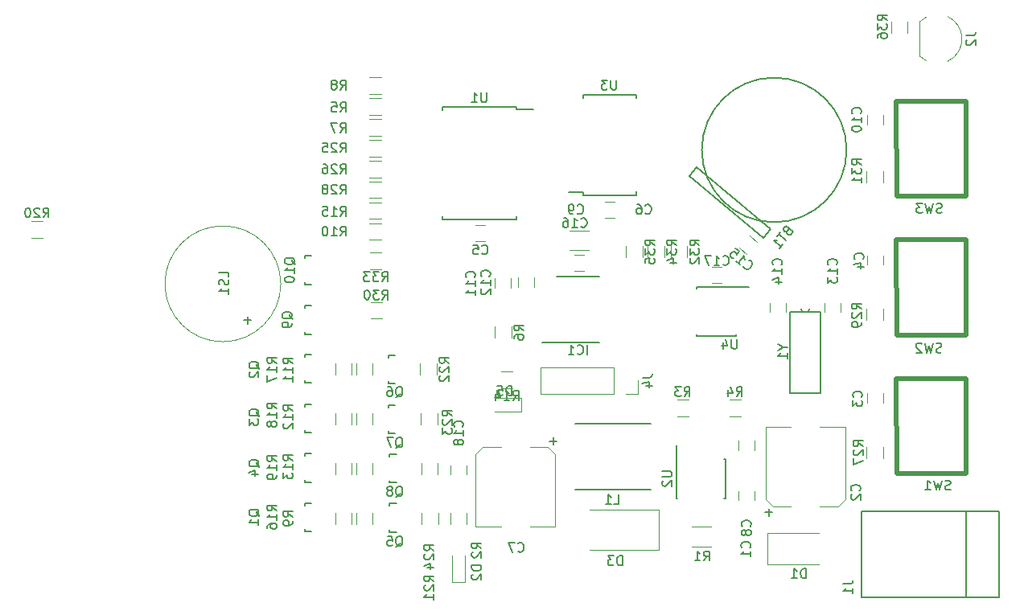
<source format=gbo>
G04 #@! TF.FileFunction,Legend,Bot*
%FSLAX46Y46*%
G04 Gerber Fmt 4.6, Leading zero omitted, Abs format (unit mm)*
G04 Created by KiCad (PCBNEW 4.0.6) date 01/08/18 11:05:27*
%MOMM*%
%LPD*%
G01*
G04 APERTURE LIST*
%ADD10C,0.100000*%
%ADD11C,0.150000*%
%ADD12C,0.120000*%
%ADD13C,0.500000*%
G04 APERTURE END LIST*
D10*
D11*
X220197055Y-69694670D02*
X227980067Y-76225392D01*
X219380715Y-70667546D02*
X220197055Y-69694670D01*
X219380715Y-70667546D02*
X227163727Y-77198268D01*
X227163727Y-77198268D02*
X227980067Y-76225392D01*
X235953531Y-67901073D02*
G75*
G03X235953531Y-67901073I-7620000J0D01*
G01*
D12*
X226250000Y-103800000D02*
X226250000Y-104800000D01*
X224550000Y-104800000D02*
X224550000Y-103800000D01*
X228170000Y-105490000D02*
X230090000Y-105490000D01*
X235030000Y-105490000D02*
X233110000Y-105490000D01*
X227410000Y-97110000D02*
X230090000Y-97110000D01*
X235790000Y-97110000D02*
X233110000Y-97110000D01*
X227410000Y-97110000D02*
X227410000Y-104730000D01*
X227410000Y-104730000D02*
X228170000Y-105490000D01*
X235030000Y-105490000D02*
X235790000Y-104730000D01*
X235790000Y-104730000D02*
X235790000Y-97110000D01*
X239800000Y-93500000D02*
X239800000Y-94500000D01*
X238100000Y-94500000D02*
X238100000Y-93500000D01*
X239800000Y-79000000D02*
X239800000Y-80000000D01*
X238100000Y-80000000D02*
X238100000Y-79000000D01*
X197900000Y-77550000D02*
X196900000Y-77550000D01*
X196900000Y-75850000D02*
X197900000Y-75850000D01*
X210500000Y-73350000D02*
X211500000Y-73350000D01*
X211500000Y-75050000D02*
X210500000Y-75050000D01*
X205290000Y-107540000D02*
X202610000Y-107540000D01*
X196910000Y-107540000D02*
X199590000Y-107540000D01*
X197670000Y-99160000D02*
X199590000Y-99160000D01*
X204530000Y-99160000D02*
X202610000Y-99160000D01*
X205290000Y-107540000D02*
X205290000Y-99920000D01*
X205290000Y-99920000D02*
X204530000Y-99160000D01*
X197670000Y-99160000D02*
X196910000Y-99920000D01*
X196910000Y-99920000D02*
X196910000Y-107540000D01*
X224550000Y-99500000D02*
X224550000Y-98500000D01*
X226250000Y-98500000D02*
X226250000Y-99500000D01*
X208800000Y-78420000D02*
X206800000Y-78420000D01*
X206800000Y-76380000D02*
X208800000Y-76380000D01*
X239800000Y-64250000D02*
X239800000Y-65250000D01*
X238100000Y-65250000D02*
X238100000Y-64250000D01*
X200650000Y-81400000D02*
X200650000Y-82400000D01*
X198950000Y-82400000D02*
X198950000Y-81400000D01*
X203050000Y-81300000D02*
X203050000Y-82300000D01*
X201350000Y-82300000D02*
X201350000Y-81300000D01*
X235350000Y-84000000D02*
X235350000Y-85000000D01*
X233650000Y-85000000D02*
X233650000Y-84000000D01*
X229550000Y-84000000D02*
X229550000Y-85000000D01*
X227850000Y-85000000D02*
X227850000Y-84000000D01*
X225436653Y-78869047D02*
X224670608Y-78226259D01*
X225763347Y-76923983D02*
X226529392Y-77566771D01*
X208300000Y-80650000D02*
X207300000Y-80650000D01*
X207300000Y-78950000D02*
X208300000Y-78950000D01*
X222800000Y-81950000D02*
X221800000Y-81950000D01*
X221800000Y-80250000D02*
X222800000Y-80250000D01*
X227600000Y-111550000D02*
X227600000Y-108250000D01*
X227600000Y-108250000D02*
X233000000Y-108250000D01*
X227600000Y-111550000D02*
X233000000Y-111550000D01*
X195800000Y-113400000D02*
X194400000Y-113400000D01*
X194400000Y-113400000D02*
X194400000Y-110600000D01*
X195800000Y-113400000D02*
X195800000Y-110600000D01*
X216200000Y-105750000D02*
X216200000Y-110050000D01*
X216200000Y-110050000D02*
X208900000Y-110050000D01*
X216200000Y-105750000D02*
X208900000Y-105750000D01*
X201750000Y-94050000D02*
X201750000Y-95450000D01*
X201750000Y-95450000D02*
X198950000Y-95450000D01*
X201750000Y-94050000D02*
X198950000Y-94050000D01*
D11*
X205475000Y-81250000D02*
X209925000Y-81250000D01*
X203950000Y-88150000D02*
X209925000Y-88150000D01*
X248500500Y-105999120D02*
X248500500Y-115000880D01*
X252000620Y-105999120D02*
X252000620Y-115000880D01*
X252000620Y-115000880D02*
X237499760Y-115000880D01*
X237499760Y-115000880D02*
X237499760Y-105999120D01*
X237499760Y-105999120D02*
X252000620Y-105999120D01*
D12*
X243650000Y-58010000D02*
X243650000Y-54410000D01*
X244377205Y-58534184D02*
G75*
G02X243650000Y-58010000I1122795J2324184D01*
G01*
X246598807Y-58566400D02*
G75*
G03X248100000Y-56210000I-1098807J2356400D01*
G01*
X246598807Y-53853600D02*
G75*
G02X248100000Y-56210000I-1098807J-2356400D01*
G01*
X244377205Y-53885816D02*
G75*
G03X243650000Y-54410000I1122795J-2324184D01*
G01*
D11*
X207400000Y-103700000D02*
X215300000Y-103700000D01*
X207400000Y-96700000D02*
X215300000Y-96700000D01*
D12*
X176400000Y-82000000D02*
G75*
G03X176400000Y-82000000I-6100000J0D01*
G01*
D11*
X187849000Y-107949160D02*
X187849000Y-107900900D01*
X188550040Y-105150180D02*
X187849000Y-105150180D01*
X187849000Y-105150180D02*
X187849000Y-105399100D01*
X187849000Y-107949160D02*
X187849000Y-108149820D01*
X187849000Y-108149820D02*
X188550040Y-108149820D01*
X187749760Y-92299160D02*
X187749760Y-92250900D01*
X188450800Y-89500180D02*
X187749760Y-89500180D01*
X187749760Y-89500180D02*
X187749760Y-89749100D01*
X187749760Y-92299160D02*
X187749760Y-92499820D01*
X187749760Y-92499820D02*
X188450800Y-92499820D01*
X187749000Y-97549160D02*
X187749000Y-97500900D01*
X188450040Y-94750180D02*
X187749000Y-94750180D01*
X187749000Y-94750180D02*
X187749000Y-94999100D01*
X187749000Y-97549160D02*
X187749000Y-97749820D01*
X187749000Y-97749820D02*
X188450040Y-97749820D01*
X187849000Y-102749160D02*
X187849000Y-102700900D01*
X188550040Y-99950180D02*
X187849000Y-99950180D01*
X187849000Y-99950180D02*
X187849000Y-100199100D01*
X187849000Y-102749160D02*
X187849000Y-102949820D01*
X187849000Y-102949820D02*
X188550040Y-102949820D01*
X178949760Y-87099160D02*
X178949760Y-87050900D01*
X179650800Y-84300180D02*
X178949760Y-84300180D01*
X178949760Y-84300180D02*
X178949760Y-84549100D01*
X178949760Y-87099160D02*
X178949760Y-87299820D01*
X178949760Y-87299820D02*
X179650800Y-87299820D01*
X178949760Y-81849160D02*
X178949760Y-81800900D01*
X179650800Y-79050180D02*
X178949760Y-79050180D01*
X178949760Y-79050180D02*
X178949760Y-79299100D01*
X178949760Y-81849160D02*
X178949760Y-82049820D01*
X178949760Y-82049820D02*
X179650800Y-82049820D01*
D12*
X219700000Y-109670000D02*
X221700000Y-109670000D01*
X221700000Y-107530000D02*
X219700000Y-107530000D01*
X194220000Y-106150000D02*
X194220000Y-107350000D01*
X195980000Y-107350000D02*
X195980000Y-106150000D01*
X218100000Y-95980000D02*
X219300000Y-95980000D01*
X219300000Y-94220000D02*
X218100000Y-94220000D01*
X223600000Y-95980000D02*
X224800000Y-95980000D01*
X224800000Y-94220000D02*
X223600000Y-94220000D01*
X185750000Y-64180000D02*
X186950000Y-64180000D01*
X186950000Y-62420000D02*
X185750000Y-62420000D01*
X198920000Y-86500000D02*
X198920000Y-87700000D01*
X200680000Y-87700000D02*
X200680000Y-86500000D01*
X185750000Y-66380000D02*
X186950000Y-66380000D01*
X186950000Y-64620000D02*
X185750000Y-64620000D01*
X185750000Y-61980000D02*
X186950000Y-61980000D01*
X186950000Y-60220000D02*
X185750000Y-60220000D01*
X184320000Y-106150000D02*
X184320000Y-107350000D01*
X186080000Y-107350000D02*
X186080000Y-106150000D01*
X185750000Y-77380000D02*
X186950000Y-77380000D01*
X186950000Y-75620000D02*
X185750000Y-75620000D01*
X184320000Y-90400000D02*
X184320000Y-91600000D01*
X186080000Y-91600000D02*
X186080000Y-90400000D01*
X184320000Y-95650000D02*
X184320000Y-96850000D01*
X186080000Y-96850000D02*
X186080000Y-95650000D01*
X184320000Y-100900000D02*
X184320000Y-102100000D01*
X186080000Y-102100000D02*
X186080000Y-100900000D01*
X200800000Y-91220000D02*
X199600000Y-91220000D01*
X199600000Y-92980000D02*
X200800000Y-92980000D01*
X185750000Y-75180000D02*
X186950000Y-75180000D01*
X186950000Y-73420000D02*
X185750000Y-73420000D01*
X182120000Y-106150000D02*
X182120000Y-107350000D01*
X183880000Y-107350000D02*
X183880000Y-106150000D01*
X182120000Y-90400000D02*
X182120000Y-91600000D01*
X183880000Y-91600000D02*
X183880000Y-90400000D01*
X182120000Y-95650000D02*
X182120000Y-96850000D01*
X183880000Y-96850000D02*
X183880000Y-95650000D01*
X182120000Y-100900000D02*
X182120000Y-102100000D01*
X183880000Y-102100000D02*
X183880000Y-100900000D01*
X150150000Y-77130000D02*
X151350000Y-77130000D01*
X151350000Y-75370000D02*
X150150000Y-75370000D01*
X191220000Y-106150000D02*
X191220000Y-107350000D01*
X192980000Y-107350000D02*
X192980000Y-106150000D01*
X191020000Y-90400000D02*
X191020000Y-91600000D01*
X192780000Y-91600000D02*
X192780000Y-90400000D01*
X191120000Y-95650000D02*
X191120000Y-96850000D01*
X192880000Y-96850000D02*
X192880000Y-95650000D01*
X191170000Y-100900000D02*
X191170000Y-102100000D01*
X192930000Y-102100000D02*
X192930000Y-100900000D01*
X185750000Y-68580000D02*
X186950000Y-68580000D01*
X186950000Y-66820000D02*
X185750000Y-66820000D01*
X185750000Y-70780000D02*
X186950000Y-70780000D01*
X186950000Y-69020000D02*
X185750000Y-69020000D01*
X238070000Y-99150000D02*
X238070000Y-100350000D01*
X239830000Y-100350000D02*
X239830000Y-99150000D01*
X185750000Y-72980000D02*
X186950000Y-72980000D01*
X186950000Y-71220000D02*
X185750000Y-71220000D01*
X238070000Y-84650000D02*
X238070000Y-85850000D01*
X239830000Y-85850000D02*
X239830000Y-84650000D01*
X187100000Y-83920000D02*
X185900000Y-83920000D01*
X185900000Y-85680000D02*
X187100000Y-85680000D01*
X238070000Y-70150000D02*
X238070000Y-71350000D01*
X239830000Y-71350000D02*
X239830000Y-70150000D01*
X217420000Y-78000000D02*
X217420000Y-79200000D01*
X219180000Y-79200000D02*
X219180000Y-78000000D01*
X185800000Y-80480000D02*
X187000000Y-80480000D01*
X187000000Y-78720000D02*
X185800000Y-78720000D01*
X215020000Y-78000000D02*
X215020000Y-79200000D01*
X216780000Y-79200000D02*
X216780000Y-78000000D01*
X212720000Y-78000000D02*
X212720000Y-79200000D01*
X214480000Y-79200000D02*
X214480000Y-78000000D01*
X240620000Y-54400000D02*
X240620000Y-55600000D01*
X242380000Y-55600000D02*
X242380000Y-54400000D01*
D13*
X241200000Y-92000000D02*
X248500000Y-92000000D01*
X241250000Y-102000000D02*
X241200000Y-92000000D01*
X248500000Y-102000000D02*
X241250000Y-102000000D01*
X248500000Y-92000000D02*
X248500000Y-102000000D01*
X241200000Y-77375000D02*
X248500000Y-77375000D01*
X241250000Y-87375000D02*
X241200000Y-77375000D01*
X248500000Y-87375000D02*
X241250000Y-87375000D01*
X248500000Y-77375000D02*
X248500000Y-87375000D01*
X241200000Y-62750000D02*
X248500000Y-62750000D01*
X241250000Y-72750000D02*
X241200000Y-62750000D01*
X248500000Y-72750000D02*
X241250000Y-72750000D01*
X248500000Y-62750000D02*
X248500000Y-72750000D01*
D11*
X201175000Y-63350000D02*
X201175000Y-63600000D01*
X193425000Y-63350000D02*
X193425000Y-63695000D01*
X193425000Y-75250000D02*
X193425000Y-74905000D01*
X201175000Y-75250000D02*
X201175000Y-74905000D01*
X201175000Y-63350000D02*
X193425000Y-63350000D01*
X201175000Y-75250000D02*
X193425000Y-75250000D01*
X201175000Y-63600000D02*
X203000000Y-63600000D01*
X218025000Y-100425000D02*
X218075000Y-100425000D01*
X218025000Y-104575000D02*
X218170000Y-104575000D01*
X223175000Y-104575000D02*
X223030000Y-104575000D01*
X223175000Y-100425000D02*
X223030000Y-100425000D01*
X218025000Y-100425000D02*
X218025000Y-104575000D01*
X223175000Y-100425000D02*
X223175000Y-104575000D01*
X218075000Y-100425000D02*
X218075000Y-99025000D01*
X208225000Y-72650000D02*
X208225000Y-72375000D01*
X213775000Y-72650000D02*
X213775000Y-72295000D01*
X213775000Y-62100000D02*
X213775000Y-62455000D01*
X208225000Y-62100000D02*
X208225000Y-62455000D01*
X208225000Y-72650000D02*
X213775000Y-72650000D01*
X208225000Y-62100000D02*
X213775000Y-62100000D01*
X208225000Y-72375000D02*
X206700000Y-72375000D01*
X224275000Y-82325000D02*
X224275000Y-82375000D01*
X220125000Y-82325000D02*
X220125000Y-82470000D01*
X220125000Y-87475000D02*
X220125000Y-87330000D01*
X224275000Y-87475000D02*
X224275000Y-87330000D01*
X224275000Y-82325000D02*
X220125000Y-82325000D01*
X224275000Y-87475000D02*
X220125000Y-87475000D01*
X224275000Y-82375000D02*
X225675000Y-82375000D01*
D12*
X194250000Y-102100000D02*
X194250000Y-101100000D01*
X195950000Y-101100000D02*
X195950000Y-102100000D01*
D11*
X178949760Y-107877732D02*
X178949760Y-107829472D01*
X179650800Y-105078752D02*
X178949760Y-105078752D01*
X178949760Y-105078752D02*
X178949760Y-105327672D01*
X178949760Y-107877732D02*
X178949760Y-108078392D01*
X178949760Y-108078392D02*
X179650800Y-108078392D01*
X178949760Y-92227732D02*
X178949760Y-92179472D01*
X179650800Y-89428752D02*
X178949760Y-89428752D01*
X178949760Y-89428752D02*
X178949760Y-89677672D01*
X178949760Y-92227732D02*
X178949760Y-92428392D01*
X178949760Y-92428392D02*
X179650800Y-92428392D01*
X178949760Y-97477732D02*
X178949760Y-97429472D01*
X179650800Y-94678752D02*
X178949760Y-94678752D01*
X178949760Y-94678752D02*
X178949760Y-94927672D01*
X178949760Y-97477732D02*
X178949760Y-97678392D01*
X178949760Y-97678392D02*
X179650800Y-97678392D01*
X178949760Y-102677732D02*
X178949760Y-102629472D01*
X179650800Y-99878752D02*
X178949760Y-99878752D01*
X178949760Y-99878752D02*
X178949760Y-100127672D01*
X178949760Y-102677732D02*
X178949760Y-102878392D01*
X178949760Y-102878392D02*
X179650800Y-102878392D01*
X233200200Y-84949680D02*
X233200200Y-93550120D01*
X233200200Y-93550120D02*
X229999800Y-93550120D01*
X229999800Y-93550120D02*
X229999800Y-84949680D01*
X230749100Y-84949680D02*
X229999800Y-84949680D01*
X232499160Y-84949680D02*
X233200200Y-84949680D01*
X231300280Y-84949680D02*
X231201220Y-84649960D01*
X231899720Y-84949680D02*
X231998780Y-84649960D01*
X232499160Y-84949680D02*
X230700840Y-84949680D01*
D12*
X211420000Y-93600000D02*
X203740000Y-93600000D01*
X203740000Y-93600000D02*
X203740000Y-90800000D01*
X203740000Y-90800000D02*
X211420000Y-90800000D01*
X211420000Y-90800000D02*
X211420000Y-93600000D01*
X212690000Y-93600000D02*
X214020000Y-93600000D01*
X214020000Y-93600000D02*
X214020000Y-92200000D01*
D11*
X229700329Y-76452194D02*
X229644981Y-76592238D01*
X229650851Y-76659326D01*
X229693199Y-76757022D01*
X229802634Y-76848849D01*
X229906199Y-76873588D01*
X229973286Y-76867719D01*
X230070982Y-76825371D01*
X230315854Y-76533544D01*
X229549810Y-75890757D01*
X229335547Y-76146105D01*
X229310807Y-76249671D01*
X229316677Y-76316758D01*
X229359024Y-76414454D01*
X229431981Y-76475672D01*
X229535546Y-76500411D01*
X229602633Y-76494542D01*
X229700329Y-76452194D01*
X229914592Y-76196846D01*
X228998849Y-76547366D02*
X228631541Y-76985106D01*
X229581240Y-77409024D02*
X228815195Y-76766236D01*
X228846625Y-78284504D02*
X229213932Y-77846764D01*
X229030279Y-78065633D02*
X228264234Y-77422846D01*
X228434887Y-77441716D01*
X228569061Y-77429977D01*
X228666758Y-77387629D01*
X225757143Y-109783334D02*
X225804762Y-109735715D01*
X225852381Y-109592858D01*
X225852381Y-109497620D01*
X225804762Y-109354762D01*
X225709524Y-109259524D01*
X225614286Y-109211905D01*
X225423810Y-109164286D01*
X225280952Y-109164286D01*
X225090476Y-109211905D01*
X224995238Y-109259524D01*
X224900000Y-109354762D01*
X224852381Y-109497620D01*
X224852381Y-109592858D01*
X224900000Y-109735715D01*
X224947619Y-109783334D01*
X225852381Y-110735715D02*
X225852381Y-110164286D01*
X225852381Y-110450000D02*
X224852381Y-110450000D01*
X224995238Y-110354762D01*
X225090476Y-110259524D01*
X225138095Y-110164286D01*
X237307143Y-103783334D02*
X237354762Y-103735715D01*
X237402381Y-103592858D01*
X237402381Y-103497620D01*
X237354762Y-103354762D01*
X237259524Y-103259524D01*
X237164286Y-103211905D01*
X236973810Y-103164286D01*
X236830952Y-103164286D01*
X236640476Y-103211905D01*
X236545238Y-103259524D01*
X236450000Y-103354762D01*
X236402381Y-103497620D01*
X236402381Y-103592858D01*
X236450000Y-103735715D01*
X236497619Y-103783334D01*
X236497619Y-104164286D02*
X236450000Y-104211905D01*
X236402381Y-104307143D01*
X236402381Y-104545239D01*
X236450000Y-104640477D01*
X236497619Y-104688096D01*
X236592857Y-104735715D01*
X236688095Y-104735715D01*
X236830952Y-104688096D01*
X237402381Y-104116667D01*
X237402381Y-104735715D01*
X227761429Y-105699048D02*
X227761429Y-106460953D01*
X228142381Y-106080001D02*
X227380476Y-106080001D01*
X237507143Y-93933334D02*
X237554762Y-93885715D01*
X237602381Y-93742858D01*
X237602381Y-93647620D01*
X237554762Y-93504762D01*
X237459524Y-93409524D01*
X237364286Y-93361905D01*
X237173810Y-93314286D01*
X237030952Y-93314286D01*
X236840476Y-93361905D01*
X236745238Y-93409524D01*
X236650000Y-93504762D01*
X236602381Y-93647620D01*
X236602381Y-93742858D01*
X236650000Y-93885715D01*
X236697619Y-93933334D01*
X236602381Y-94266667D02*
X236602381Y-94885715D01*
X236983333Y-94552381D01*
X236983333Y-94695239D01*
X237030952Y-94790477D01*
X237078571Y-94838096D01*
X237173810Y-94885715D01*
X237411905Y-94885715D01*
X237507143Y-94838096D01*
X237554762Y-94790477D01*
X237602381Y-94695239D01*
X237602381Y-94409524D01*
X237554762Y-94314286D01*
X237507143Y-94266667D01*
X237657143Y-79383334D02*
X237704762Y-79335715D01*
X237752381Y-79192858D01*
X237752381Y-79097620D01*
X237704762Y-78954762D01*
X237609524Y-78859524D01*
X237514286Y-78811905D01*
X237323810Y-78764286D01*
X237180952Y-78764286D01*
X236990476Y-78811905D01*
X236895238Y-78859524D01*
X236800000Y-78954762D01*
X236752381Y-79097620D01*
X236752381Y-79192858D01*
X236800000Y-79335715D01*
X236847619Y-79383334D01*
X237085714Y-80240477D02*
X237752381Y-80240477D01*
X236704762Y-80002381D02*
X237419048Y-79764286D01*
X237419048Y-80383334D01*
X197566666Y-78807143D02*
X197614285Y-78854762D01*
X197757142Y-78902381D01*
X197852380Y-78902381D01*
X197995238Y-78854762D01*
X198090476Y-78759524D01*
X198138095Y-78664286D01*
X198185714Y-78473810D01*
X198185714Y-78330952D01*
X198138095Y-78140476D01*
X198090476Y-78045238D01*
X197995238Y-77950000D01*
X197852380Y-77902381D01*
X197757142Y-77902381D01*
X197614285Y-77950000D01*
X197566666Y-77997619D01*
X196661904Y-77902381D02*
X197138095Y-77902381D01*
X197185714Y-78378571D01*
X197138095Y-78330952D01*
X197042857Y-78283333D01*
X196804761Y-78283333D01*
X196709523Y-78330952D01*
X196661904Y-78378571D01*
X196614285Y-78473810D01*
X196614285Y-78711905D01*
X196661904Y-78807143D01*
X196709523Y-78854762D01*
X196804761Y-78902381D01*
X197042857Y-78902381D01*
X197138095Y-78854762D01*
X197185714Y-78807143D01*
X214766666Y-74557143D02*
X214814285Y-74604762D01*
X214957142Y-74652381D01*
X215052380Y-74652381D01*
X215195238Y-74604762D01*
X215290476Y-74509524D01*
X215338095Y-74414286D01*
X215385714Y-74223810D01*
X215385714Y-74080952D01*
X215338095Y-73890476D01*
X215290476Y-73795238D01*
X215195238Y-73700000D01*
X215052380Y-73652381D01*
X214957142Y-73652381D01*
X214814285Y-73700000D01*
X214766666Y-73747619D01*
X213909523Y-73652381D02*
X214100000Y-73652381D01*
X214195238Y-73700000D01*
X214242857Y-73747619D01*
X214338095Y-73890476D01*
X214385714Y-74080952D01*
X214385714Y-74461905D01*
X214338095Y-74557143D01*
X214290476Y-74604762D01*
X214195238Y-74652381D01*
X214004761Y-74652381D01*
X213909523Y-74604762D01*
X213861904Y-74557143D01*
X213814285Y-74461905D01*
X213814285Y-74223810D01*
X213861904Y-74128571D01*
X213909523Y-74080952D01*
X214004761Y-74033333D01*
X214195238Y-74033333D01*
X214290476Y-74080952D01*
X214338095Y-74128571D01*
X214385714Y-74223810D01*
X201366666Y-110157143D02*
X201414285Y-110204762D01*
X201557142Y-110252381D01*
X201652380Y-110252381D01*
X201795238Y-110204762D01*
X201890476Y-110109524D01*
X201938095Y-110014286D01*
X201985714Y-109823810D01*
X201985714Y-109680952D01*
X201938095Y-109490476D01*
X201890476Y-109395238D01*
X201795238Y-109300000D01*
X201652380Y-109252381D01*
X201557142Y-109252381D01*
X201414285Y-109300000D01*
X201366666Y-109347619D01*
X201033333Y-109252381D02*
X200366666Y-109252381D01*
X200795238Y-110252381D01*
X205071429Y-98189048D02*
X205071429Y-98950953D01*
X205452381Y-98570001D02*
X204690476Y-98570001D01*
X225807143Y-107533334D02*
X225854762Y-107485715D01*
X225902381Y-107342858D01*
X225902381Y-107247620D01*
X225854762Y-107104762D01*
X225759524Y-107009524D01*
X225664286Y-106961905D01*
X225473810Y-106914286D01*
X225330952Y-106914286D01*
X225140476Y-106961905D01*
X225045238Y-107009524D01*
X224950000Y-107104762D01*
X224902381Y-107247620D01*
X224902381Y-107342858D01*
X224950000Y-107485715D01*
X224997619Y-107533334D01*
X225330952Y-108104762D02*
X225283333Y-108009524D01*
X225235714Y-107961905D01*
X225140476Y-107914286D01*
X225092857Y-107914286D01*
X224997619Y-107961905D01*
X224950000Y-108009524D01*
X224902381Y-108104762D01*
X224902381Y-108295239D01*
X224950000Y-108390477D01*
X224997619Y-108438096D01*
X225092857Y-108485715D01*
X225140476Y-108485715D01*
X225235714Y-108438096D01*
X225283333Y-108390477D01*
X225330952Y-108295239D01*
X225330952Y-108104762D01*
X225378571Y-108009524D01*
X225426190Y-107961905D01*
X225521429Y-107914286D01*
X225711905Y-107914286D01*
X225807143Y-107961905D01*
X225854762Y-108009524D01*
X225902381Y-108104762D01*
X225902381Y-108295239D01*
X225854762Y-108390477D01*
X225807143Y-108438096D01*
X225711905Y-108485715D01*
X225521429Y-108485715D01*
X225426190Y-108438096D01*
X225378571Y-108390477D01*
X225330952Y-108295239D01*
X207616666Y-74557143D02*
X207664285Y-74604762D01*
X207807142Y-74652381D01*
X207902380Y-74652381D01*
X208045238Y-74604762D01*
X208140476Y-74509524D01*
X208188095Y-74414286D01*
X208235714Y-74223810D01*
X208235714Y-74080952D01*
X208188095Y-73890476D01*
X208140476Y-73795238D01*
X208045238Y-73700000D01*
X207902380Y-73652381D01*
X207807142Y-73652381D01*
X207664285Y-73700000D01*
X207616666Y-73747619D01*
X207140476Y-74652381D02*
X206950000Y-74652381D01*
X206854761Y-74604762D01*
X206807142Y-74557143D01*
X206711904Y-74414286D01*
X206664285Y-74223810D01*
X206664285Y-73842857D01*
X206711904Y-73747619D01*
X206759523Y-73700000D01*
X206854761Y-73652381D01*
X207045238Y-73652381D01*
X207140476Y-73700000D01*
X207188095Y-73747619D01*
X207235714Y-73842857D01*
X207235714Y-74080952D01*
X207188095Y-74176190D01*
X207140476Y-74223810D01*
X207045238Y-74271429D01*
X206854761Y-74271429D01*
X206759523Y-74223810D01*
X206711904Y-74176190D01*
X206664285Y-74080952D01*
X237407143Y-64057143D02*
X237454762Y-64009524D01*
X237502381Y-63866667D01*
X237502381Y-63771429D01*
X237454762Y-63628571D01*
X237359524Y-63533333D01*
X237264286Y-63485714D01*
X237073810Y-63438095D01*
X236930952Y-63438095D01*
X236740476Y-63485714D01*
X236645238Y-63533333D01*
X236550000Y-63628571D01*
X236502381Y-63771429D01*
X236502381Y-63866667D01*
X236550000Y-64009524D01*
X236597619Y-64057143D01*
X237502381Y-65009524D02*
X237502381Y-64438095D01*
X237502381Y-64723809D02*
X236502381Y-64723809D01*
X236645238Y-64628571D01*
X236740476Y-64533333D01*
X236788095Y-64438095D01*
X236502381Y-65628571D02*
X236502381Y-65723810D01*
X236550000Y-65819048D01*
X236597619Y-65866667D01*
X236692857Y-65914286D01*
X236883333Y-65961905D01*
X237121429Y-65961905D01*
X237311905Y-65914286D01*
X237407143Y-65866667D01*
X237454762Y-65819048D01*
X237502381Y-65723810D01*
X237502381Y-65628571D01*
X237454762Y-65533333D01*
X237407143Y-65485714D01*
X237311905Y-65438095D01*
X237121429Y-65390476D01*
X236883333Y-65390476D01*
X236692857Y-65438095D01*
X236597619Y-65485714D01*
X236550000Y-65533333D01*
X236502381Y-65628571D01*
X196757143Y-81307143D02*
X196804762Y-81259524D01*
X196852381Y-81116667D01*
X196852381Y-81021429D01*
X196804762Y-80878571D01*
X196709524Y-80783333D01*
X196614286Y-80735714D01*
X196423810Y-80688095D01*
X196280952Y-80688095D01*
X196090476Y-80735714D01*
X195995238Y-80783333D01*
X195900000Y-80878571D01*
X195852381Y-81021429D01*
X195852381Y-81116667D01*
X195900000Y-81259524D01*
X195947619Y-81307143D01*
X196852381Y-82259524D02*
X196852381Y-81688095D01*
X196852381Y-81973809D02*
X195852381Y-81973809D01*
X195995238Y-81878571D01*
X196090476Y-81783333D01*
X196138095Y-81688095D01*
X196852381Y-83211905D02*
X196852381Y-82640476D01*
X196852381Y-82926190D02*
X195852381Y-82926190D01*
X195995238Y-82830952D01*
X196090476Y-82735714D01*
X196138095Y-82640476D01*
X198357143Y-81207143D02*
X198404762Y-81159524D01*
X198452381Y-81016667D01*
X198452381Y-80921429D01*
X198404762Y-80778571D01*
X198309524Y-80683333D01*
X198214286Y-80635714D01*
X198023810Y-80588095D01*
X197880952Y-80588095D01*
X197690476Y-80635714D01*
X197595238Y-80683333D01*
X197500000Y-80778571D01*
X197452381Y-80921429D01*
X197452381Y-81016667D01*
X197500000Y-81159524D01*
X197547619Y-81207143D01*
X198452381Y-82159524D02*
X198452381Y-81588095D01*
X198452381Y-81873809D02*
X197452381Y-81873809D01*
X197595238Y-81778571D01*
X197690476Y-81683333D01*
X197738095Y-81588095D01*
X197547619Y-82540476D02*
X197500000Y-82588095D01*
X197452381Y-82683333D01*
X197452381Y-82921429D01*
X197500000Y-83016667D01*
X197547619Y-83064286D01*
X197642857Y-83111905D01*
X197738095Y-83111905D01*
X197880952Y-83064286D01*
X198452381Y-82492857D01*
X198452381Y-83111905D01*
X234857143Y-80007143D02*
X234904762Y-79959524D01*
X234952381Y-79816667D01*
X234952381Y-79721429D01*
X234904762Y-79578571D01*
X234809524Y-79483333D01*
X234714286Y-79435714D01*
X234523810Y-79388095D01*
X234380952Y-79388095D01*
X234190476Y-79435714D01*
X234095238Y-79483333D01*
X234000000Y-79578571D01*
X233952381Y-79721429D01*
X233952381Y-79816667D01*
X234000000Y-79959524D01*
X234047619Y-80007143D01*
X234952381Y-80959524D02*
X234952381Y-80388095D01*
X234952381Y-80673809D02*
X233952381Y-80673809D01*
X234095238Y-80578571D01*
X234190476Y-80483333D01*
X234238095Y-80388095D01*
X233952381Y-81292857D02*
X233952381Y-81911905D01*
X234333333Y-81578571D01*
X234333333Y-81721429D01*
X234380952Y-81816667D01*
X234428571Y-81864286D01*
X234523810Y-81911905D01*
X234761905Y-81911905D01*
X234857143Y-81864286D01*
X234904762Y-81816667D01*
X234952381Y-81721429D01*
X234952381Y-81435714D01*
X234904762Y-81340476D01*
X234857143Y-81292857D01*
X229057143Y-80007143D02*
X229104762Y-79959524D01*
X229152381Y-79816667D01*
X229152381Y-79721429D01*
X229104762Y-79578571D01*
X229009524Y-79483333D01*
X228914286Y-79435714D01*
X228723810Y-79388095D01*
X228580952Y-79388095D01*
X228390476Y-79435714D01*
X228295238Y-79483333D01*
X228200000Y-79578571D01*
X228152381Y-79721429D01*
X228152381Y-79816667D01*
X228200000Y-79959524D01*
X228247619Y-80007143D01*
X229152381Y-80959524D02*
X229152381Y-80388095D01*
X229152381Y-80673809D02*
X228152381Y-80673809D01*
X228295238Y-80578571D01*
X228390476Y-80483333D01*
X228438095Y-80388095D01*
X228485714Y-81816667D02*
X229152381Y-81816667D01*
X228104762Y-81578571D02*
X228819048Y-81340476D01*
X228819048Y-81959524D01*
X225112890Y-80136808D02*
X225118759Y-80203895D01*
X225197585Y-80332200D01*
X225270542Y-80393418D01*
X225410586Y-80448767D01*
X225544761Y-80437028D01*
X225642457Y-80394681D01*
X225801371Y-80279376D01*
X225893198Y-80169941D01*
X225979155Y-79993419D01*
X226003895Y-79889853D01*
X225992156Y-79755679D01*
X225913329Y-79627373D01*
X225840373Y-79566156D01*
X225700329Y-79510807D01*
X225633242Y-79516677D01*
X224322106Y-79597586D02*
X224759846Y-79964893D01*
X224540976Y-79781240D02*
X225183764Y-79015195D01*
X225164894Y-79185848D01*
X225176633Y-79320022D01*
X225218980Y-79417718D01*
X224271806Y-78249972D02*
X224636589Y-78556061D01*
X224366978Y-78951453D01*
X224361109Y-78884366D01*
X224318761Y-78786670D01*
X224136369Y-78633624D01*
X224032804Y-78608885D01*
X223965717Y-78614754D01*
X223868020Y-78657103D01*
X223714975Y-78839494D01*
X223690236Y-78943059D01*
X223696105Y-79010147D01*
X223738453Y-79107843D01*
X223920845Y-79260888D01*
X224024410Y-79285627D01*
X224091498Y-79279758D01*
X207992857Y-75957143D02*
X208040476Y-76004762D01*
X208183333Y-76052381D01*
X208278571Y-76052381D01*
X208421429Y-76004762D01*
X208516667Y-75909524D01*
X208564286Y-75814286D01*
X208611905Y-75623810D01*
X208611905Y-75480952D01*
X208564286Y-75290476D01*
X208516667Y-75195238D01*
X208421429Y-75100000D01*
X208278571Y-75052381D01*
X208183333Y-75052381D01*
X208040476Y-75100000D01*
X207992857Y-75147619D01*
X207040476Y-76052381D02*
X207611905Y-76052381D01*
X207326191Y-76052381D02*
X207326191Y-75052381D01*
X207421429Y-75195238D01*
X207516667Y-75290476D01*
X207611905Y-75338095D01*
X206183333Y-75052381D02*
X206373810Y-75052381D01*
X206469048Y-75100000D01*
X206516667Y-75147619D01*
X206611905Y-75290476D01*
X206659524Y-75480952D01*
X206659524Y-75861905D01*
X206611905Y-75957143D01*
X206564286Y-76004762D01*
X206469048Y-76052381D01*
X206278571Y-76052381D01*
X206183333Y-76004762D01*
X206135714Y-75957143D01*
X206088095Y-75861905D01*
X206088095Y-75623810D01*
X206135714Y-75528571D01*
X206183333Y-75480952D01*
X206278571Y-75433333D01*
X206469048Y-75433333D01*
X206564286Y-75480952D01*
X206611905Y-75528571D01*
X206659524Y-75623810D01*
X222942857Y-79957143D02*
X222990476Y-80004762D01*
X223133333Y-80052381D01*
X223228571Y-80052381D01*
X223371429Y-80004762D01*
X223466667Y-79909524D01*
X223514286Y-79814286D01*
X223561905Y-79623810D01*
X223561905Y-79480952D01*
X223514286Y-79290476D01*
X223466667Y-79195238D01*
X223371429Y-79100000D01*
X223228571Y-79052381D01*
X223133333Y-79052381D01*
X222990476Y-79100000D01*
X222942857Y-79147619D01*
X221990476Y-80052381D02*
X222561905Y-80052381D01*
X222276191Y-80052381D02*
X222276191Y-79052381D01*
X222371429Y-79195238D01*
X222466667Y-79290476D01*
X222561905Y-79338095D01*
X221657143Y-79052381D02*
X220990476Y-79052381D01*
X221419048Y-80052381D01*
X231688095Y-113002381D02*
X231688095Y-112002381D01*
X231450000Y-112002381D01*
X231307142Y-112050000D01*
X231211904Y-112145238D01*
X231164285Y-112240476D01*
X231116666Y-112430952D01*
X231116666Y-112573810D01*
X231164285Y-112764286D01*
X231211904Y-112859524D01*
X231307142Y-112954762D01*
X231450000Y-113002381D01*
X231688095Y-113002381D01*
X230164285Y-113002381D02*
X230735714Y-113002381D01*
X230450000Y-113002381D02*
X230450000Y-112002381D01*
X230545238Y-112145238D01*
X230640476Y-112240476D01*
X230735714Y-112288095D01*
X197502381Y-111661905D02*
X196502381Y-111661905D01*
X196502381Y-111900000D01*
X196550000Y-112042858D01*
X196645238Y-112138096D01*
X196740476Y-112185715D01*
X196930952Y-112233334D01*
X197073810Y-112233334D01*
X197264286Y-112185715D01*
X197359524Y-112138096D01*
X197454762Y-112042858D01*
X197502381Y-111900000D01*
X197502381Y-111661905D01*
X196597619Y-112614286D02*
X196550000Y-112661905D01*
X196502381Y-112757143D01*
X196502381Y-112995239D01*
X196550000Y-113090477D01*
X196597619Y-113138096D01*
X196692857Y-113185715D01*
X196788095Y-113185715D01*
X196930952Y-113138096D01*
X197502381Y-112566667D01*
X197502381Y-113185715D01*
X212338095Y-111652381D02*
X212338095Y-110652381D01*
X212100000Y-110652381D01*
X211957142Y-110700000D01*
X211861904Y-110795238D01*
X211814285Y-110890476D01*
X211766666Y-111080952D01*
X211766666Y-111223810D01*
X211814285Y-111414286D01*
X211861904Y-111509524D01*
X211957142Y-111604762D01*
X212100000Y-111652381D01*
X212338095Y-111652381D01*
X211433333Y-110652381D02*
X210814285Y-110652381D01*
X211147619Y-111033333D01*
X211004761Y-111033333D01*
X210909523Y-111080952D01*
X210861904Y-111128571D01*
X210814285Y-111223810D01*
X210814285Y-111461905D01*
X210861904Y-111557143D01*
X210909523Y-111604762D01*
X211004761Y-111652381D01*
X211290476Y-111652381D01*
X211385714Y-111604762D01*
X211433333Y-111557143D01*
X200688095Y-93752381D02*
X200688095Y-92752381D01*
X200450000Y-92752381D01*
X200307142Y-92800000D01*
X200211904Y-92895238D01*
X200164285Y-92990476D01*
X200116666Y-93180952D01*
X200116666Y-93323810D01*
X200164285Y-93514286D01*
X200211904Y-93609524D01*
X200307142Y-93704762D01*
X200450000Y-93752381D01*
X200688095Y-93752381D01*
X199211904Y-92752381D02*
X199688095Y-92752381D01*
X199735714Y-93228571D01*
X199688095Y-93180952D01*
X199592857Y-93133333D01*
X199354761Y-93133333D01*
X199259523Y-93180952D01*
X199211904Y-93228571D01*
X199164285Y-93323810D01*
X199164285Y-93561905D01*
X199211904Y-93657143D01*
X199259523Y-93704762D01*
X199354761Y-93752381D01*
X199592857Y-93752381D01*
X199688095Y-93704762D01*
X199735714Y-93657143D01*
X208676190Y-89452381D02*
X208676190Y-88452381D01*
X207628571Y-89357143D02*
X207676190Y-89404762D01*
X207819047Y-89452381D01*
X207914285Y-89452381D01*
X208057143Y-89404762D01*
X208152381Y-89309524D01*
X208200000Y-89214286D01*
X208247619Y-89023810D01*
X208247619Y-88880952D01*
X208200000Y-88690476D01*
X208152381Y-88595238D01*
X208057143Y-88500000D01*
X207914285Y-88452381D01*
X207819047Y-88452381D01*
X207676190Y-88500000D01*
X207628571Y-88547619D01*
X206676190Y-89452381D02*
X207247619Y-89452381D01*
X206961905Y-89452381D02*
X206961905Y-88452381D01*
X207057143Y-88595238D01*
X207152381Y-88690476D01*
X207247619Y-88738095D01*
X235602381Y-113616667D02*
X236316667Y-113616667D01*
X236459524Y-113569047D01*
X236554762Y-113473809D01*
X236602381Y-113330952D01*
X236602381Y-113235714D01*
X236602381Y-114616667D02*
X236602381Y-114045238D01*
X236602381Y-114330952D02*
X235602381Y-114330952D01*
X235745238Y-114235714D01*
X235840476Y-114140476D01*
X235888095Y-114045238D01*
X248512381Y-55876667D02*
X249226667Y-55876667D01*
X249369524Y-55829047D01*
X249464762Y-55733809D01*
X249512381Y-55590952D01*
X249512381Y-55495714D01*
X248607619Y-56305238D02*
X248560000Y-56352857D01*
X248512381Y-56448095D01*
X248512381Y-56686191D01*
X248560000Y-56781429D01*
X248607619Y-56829048D01*
X248702857Y-56876667D01*
X248798095Y-56876667D01*
X248940952Y-56829048D01*
X249512381Y-56257619D01*
X249512381Y-56876667D01*
X211466666Y-105202381D02*
X211942857Y-105202381D01*
X211942857Y-104202381D01*
X210609523Y-105202381D02*
X211180952Y-105202381D01*
X210895238Y-105202381D02*
X210895238Y-104202381D01*
X210990476Y-104345238D01*
X211085714Y-104440476D01*
X211180952Y-104488095D01*
X170902381Y-81257143D02*
X170902381Y-80780952D01*
X169902381Y-80780952D01*
X170854762Y-81542857D02*
X170902381Y-81685714D01*
X170902381Y-81923810D01*
X170854762Y-82019048D01*
X170807143Y-82066667D01*
X170711905Y-82114286D01*
X170616667Y-82114286D01*
X170521429Y-82066667D01*
X170473810Y-82019048D01*
X170426190Y-81923810D01*
X170378571Y-81733333D01*
X170330952Y-81638095D01*
X170283333Y-81590476D01*
X170188095Y-81542857D01*
X170092857Y-81542857D01*
X169997619Y-81590476D01*
X169950000Y-81638095D01*
X169902381Y-81733333D01*
X169902381Y-81971429D01*
X169950000Y-82114286D01*
X170902381Y-83066667D02*
X170902381Y-82495238D01*
X170902381Y-82780952D02*
X169902381Y-82780952D01*
X170045238Y-82685714D01*
X170140476Y-82590476D01*
X170188095Y-82495238D01*
X172911429Y-85429048D02*
X172911429Y-86190953D01*
X173292381Y-85810001D02*
X172530476Y-85810001D01*
X188495238Y-109697619D02*
X188590476Y-109650000D01*
X188685714Y-109554762D01*
X188828571Y-109411905D01*
X188923810Y-109364286D01*
X189019048Y-109364286D01*
X188971429Y-109602381D02*
X189066667Y-109554762D01*
X189161905Y-109459524D01*
X189209524Y-109269048D01*
X189209524Y-108935714D01*
X189161905Y-108745238D01*
X189066667Y-108650000D01*
X188971429Y-108602381D01*
X188780952Y-108602381D01*
X188685714Y-108650000D01*
X188590476Y-108745238D01*
X188542857Y-108935714D01*
X188542857Y-109269048D01*
X188590476Y-109459524D01*
X188685714Y-109554762D01*
X188780952Y-109602381D01*
X188971429Y-109602381D01*
X187638095Y-108602381D02*
X188114286Y-108602381D01*
X188161905Y-109078571D01*
X188114286Y-109030952D01*
X188019048Y-108983333D01*
X187780952Y-108983333D01*
X187685714Y-109030952D01*
X187638095Y-109078571D01*
X187590476Y-109173810D01*
X187590476Y-109411905D01*
X187638095Y-109507143D01*
X187685714Y-109554762D01*
X187780952Y-109602381D01*
X188019048Y-109602381D01*
X188114286Y-109554762D01*
X188161905Y-109507143D01*
X188495238Y-93947619D02*
X188590476Y-93900000D01*
X188685714Y-93804762D01*
X188828571Y-93661905D01*
X188923810Y-93614286D01*
X189019048Y-93614286D01*
X188971429Y-93852381D02*
X189066667Y-93804762D01*
X189161905Y-93709524D01*
X189209524Y-93519048D01*
X189209524Y-93185714D01*
X189161905Y-92995238D01*
X189066667Y-92900000D01*
X188971429Y-92852381D01*
X188780952Y-92852381D01*
X188685714Y-92900000D01*
X188590476Y-92995238D01*
X188542857Y-93185714D01*
X188542857Y-93519048D01*
X188590476Y-93709524D01*
X188685714Y-93804762D01*
X188780952Y-93852381D01*
X188971429Y-93852381D01*
X187685714Y-92852381D02*
X187876191Y-92852381D01*
X187971429Y-92900000D01*
X188019048Y-92947619D01*
X188114286Y-93090476D01*
X188161905Y-93280952D01*
X188161905Y-93661905D01*
X188114286Y-93757143D01*
X188066667Y-93804762D01*
X187971429Y-93852381D01*
X187780952Y-93852381D01*
X187685714Y-93804762D01*
X187638095Y-93757143D01*
X187590476Y-93661905D01*
X187590476Y-93423810D01*
X187638095Y-93328571D01*
X187685714Y-93280952D01*
X187780952Y-93233333D01*
X187971429Y-93233333D01*
X188066667Y-93280952D01*
X188114286Y-93328571D01*
X188161905Y-93423810D01*
X188495238Y-99297619D02*
X188590476Y-99250000D01*
X188685714Y-99154762D01*
X188828571Y-99011905D01*
X188923810Y-98964286D01*
X189019048Y-98964286D01*
X188971429Y-99202381D02*
X189066667Y-99154762D01*
X189161905Y-99059524D01*
X189209524Y-98869048D01*
X189209524Y-98535714D01*
X189161905Y-98345238D01*
X189066667Y-98250000D01*
X188971429Y-98202381D01*
X188780952Y-98202381D01*
X188685714Y-98250000D01*
X188590476Y-98345238D01*
X188542857Y-98535714D01*
X188542857Y-98869048D01*
X188590476Y-99059524D01*
X188685714Y-99154762D01*
X188780952Y-99202381D01*
X188971429Y-99202381D01*
X188209524Y-98202381D02*
X187542857Y-98202381D01*
X187971429Y-99202381D01*
X188495238Y-104447619D02*
X188590476Y-104400000D01*
X188685714Y-104304762D01*
X188828571Y-104161905D01*
X188923810Y-104114286D01*
X189019048Y-104114286D01*
X188971429Y-104352381D02*
X189066667Y-104304762D01*
X189161905Y-104209524D01*
X189209524Y-104019048D01*
X189209524Y-103685714D01*
X189161905Y-103495238D01*
X189066667Y-103400000D01*
X188971429Y-103352381D01*
X188780952Y-103352381D01*
X188685714Y-103400000D01*
X188590476Y-103495238D01*
X188542857Y-103685714D01*
X188542857Y-104019048D01*
X188590476Y-104209524D01*
X188685714Y-104304762D01*
X188780952Y-104352381D01*
X188971429Y-104352381D01*
X187971429Y-103780952D02*
X188066667Y-103733333D01*
X188114286Y-103685714D01*
X188161905Y-103590476D01*
X188161905Y-103542857D01*
X188114286Y-103447619D01*
X188066667Y-103400000D01*
X187971429Y-103352381D01*
X187780952Y-103352381D01*
X187685714Y-103400000D01*
X187638095Y-103447619D01*
X187590476Y-103542857D01*
X187590476Y-103590476D01*
X187638095Y-103685714D01*
X187685714Y-103733333D01*
X187780952Y-103780952D01*
X187971429Y-103780952D01*
X188066667Y-103828571D01*
X188114286Y-103876190D01*
X188161905Y-103971429D01*
X188161905Y-104161905D01*
X188114286Y-104257143D01*
X188066667Y-104304762D01*
X187971429Y-104352381D01*
X187780952Y-104352381D01*
X187685714Y-104304762D01*
X187638095Y-104257143D01*
X187590476Y-104161905D01*
X187590476Y-103971429D01*
X187638095Y-103876190D01*
X187685714Y-103828571D01*
X187780952Y-103780952D01*
X177647619Y-85704762D02*
X177600000Y-85609524D01*
X177504762Y-85514286D01*
X177361905Y-85371429D01*
X177314286Y-85276190D01*
X177314286Y-85180952D01*
X177552381Y-85228571D02*
X177504762Y-85133333D01*
X177409524Y-85038095D01*
X177219048Y-84990476D01*
X176885714Y-84990476D01*
X176695238Y-85038095D01*
X176600000Y-85133333D01*
X176552381Y-85228571D01*
X176552381Y-85419048D01*
X176600000Y-85514286D01*
X176695238Y-85609524D01*
X176885714Y-85657143D01*
X177219048Y-85657143D01*
X177409524Y-85609524D01*
X177504762Y-85514286D01*
X177552381Y-85419048D01*
X177552381Y-85228571D01*
X177552381Y-86133333D02*
X177552381Y-86323809D01*
X177504762Y-86419048D01*
X177457143Y-86466667D01*
X177314286Y-86561905D01*
X177123810Y-86609524D01*
X176742857Y-86609524D01*
X176647619Y-86561905D01*
X176600000Y-86514286D01*
X176552381Y-86419048D01*
X176552381Y-86228571D01*
X176600000Y-86133333D01*
X176647619Y-86085714D01*
X176742857Y-86038095D01*
X176980952Y-86038095D01*
X177076190Y-86085714D01*
X177123810Y-86133333D01*
X177171429Y-86228571D01*
X177171429Y-86419048D01*
X177123810Y-86514286D01*
X177076190Y-86561905D01*
X176980952Y-86609524D01*
X177897619Y-79978572D02*
X177850000Y-79883334D01*
X177754762Y-79788096D01*
X177611905Y-79645239D01*
X177564286Y-79550000D01*
X177564286Y-79454762D01*
X177802381Y-79502381D02*
X177754762Y-79407143D01*
X177659524Y-79311905D01*
X177469048Y-79264286D01*
X177135714Y-79264286D01*
X176945238Y-79311905D01*
X176850000Y-79407143D01*
X176802381Y-79502381D01*
X176802381Y-79692858D01*
X176850000Y-79788096D01*
X176945238Y-79883334D01*
X177135714Y-79930953D01*
X177469048Y-79930953D01*
X177659524Y-79883334D01*
X177754762Y-79788096D01*
X177802381Y-79692858D01*
X177802381Y-79502381D01*
X177802381Y-80883334D02*
X177802381Y-80311905D01*
X177802381Y-80597619D02*
X176802381Y-80597619D01*
X176945238Y-80502381D01*
X177040476Y-80407143D01*
X177088095Y-80311905D01*
X176802381Y-81502381D02*
X176802381Y-81597620D01*
X176850000Y-81692858D01*
X176897619Y-81740477D01*
X176992857Y-81788096D01*
X177183333Y-81835715D01*
X177421429Y-81835715D01*
X177611905Y-81788096D01*
X177707143Y-81740477D01*
X177754762Y-81692858D01*
X177802381Y-81597620D01*
X177802381Y-81502381D01*
X177754762Y-81407143D01*
X177707143Y-81359524D01*
X177611905Y-81311905D01*
X177421429Y-81264286D01*
X177183333Y-81264286D01*
X176992857Y-81311905D01*
X176897619Y-81359524D01*
X176850000Y-81407143D01*
X176802381Y-81502381D01*
X220916666Y-111152381D02*
X221250000Y-110676190D01*
X221488095Y-111152381D02*
X221488095Y-110152381D01*
X221107142Y-110152381D01*
X221011904Y-110200000D01*
X220964285Y-110247619D01*
X220916666Y-110342857D01*
X220916666Y-110485714D01*
X220964285Y-110580952D01*
X221011904Y-110628571D01*
X221107142Y-110676190D01*
X221488095Y-110676190D01*
X219964285Y-111152381D02*
X220535714Y-111152381D01*
X220250000Y-111152381D02*
X220250000Y-110152381D01*
X220345238Y-110295238D01*
X220440476Y-110390476D01*
X220535714Y-110438095D01*
X197502381Y-109883334D02*
X197026190Y-109550000D01*
X197502381Y-109311905D02*
X196502381Y-109311905D01*
X196502381Y-109692858D01*
X196550000Y-109788096D01*
X196597619Y-109835715D01*
X196692857Y-109883334D01*
X196835714Y-109883334D01*
X196930952Y-109835715D01*
X196978571Y-109788096D01*
X197026190Y-109692858D01*
X197026190Y-109311905D01*
X196597619Y-110264286D02*
X196550000Y-110311905D01*
X196502381Y-110407143D01*
X196502381Y-110645239D01*
X196550000Y-110740477D01*
X196597619Y-110788096D01*
X196692857Y-110835715D01*
X196788095Y-110835715D01*
X196930952Y-110788096D01*
X197502381Y-110216667D01*
X197502381Y-110835715D01*
X218866666Y-93852381D02*
X219200000Y-93376190D01*
X219438095Y-93852381D02*
X219438095Y-92852381D01*
X219057142Y-92852381D01*
X218961904Y-92900000D01*
X218914285Y-92947619D01*
X218866666Y-93042857D01*
X218866666Y-93185714D01*
X218914285Y-93280952D01*
X218961904Y-93328571D01*
X219057142Y-93376190D01*
X219438095Y-93376190D01*
X218533333Y-92852381D02*
X217914285Y-92852381D01*
X218247619Y-93233333D01*
X218104761Y-93233333D01*
X218009523Y-93280952D01*
X217961904Y-93328571D01*
X217914285Y-93423810D01*
X217914285Y-93661905D01*
X217961904Y-93757143D01*
X218009523Y-93804762D01*
X218104761Y-93852381D01*
X218390476Y-93852381D01*
X218485714Y-93804762D01*
X218533333Y-93757143D01*
X224366666Y-93852381D02*
X224700000Y-93376190D01*
X224938095Y-93852381D02*
X224938095Y-92852381D01*
X224557142Y-92852381D01*
X224461904Y-92900000D01*
X224414285Y-92947619D01*
X224366666Y-93042857D01*
X224366666Y-93185714D01*
X224414285Y-93280952D01*
X224461904Y-93328571D01*
X224557142Y-93376190D01*
X224938095Y-93376190D01*
X223509523Y-93185714D02*
X223509523Y-93852381D01*
X223747619Y-92804762D02*
X223985714Y-93519048D01*
X223366666Y-93519048D01*
X182666666Y-63902381D02*
X183000000Y-63426190D01*
X183238095Y-63902381D02*
X183238095Y-62902381D01*
X182857142Y-62902381D01*
X182761904Y-62950000D01*
X182714285Y-62997619D01*
X182666666Y-63092857D01*
X182666666Y-63235714D01*
X182714285Y-63330952D01*
X182761904Y-63378571D01*
X182857142Y-63426190D01*
X183238095Y-63426190D01*
X181761904Y-62902381D02*
X182238095Y-62902381D01*
X182285714Y-63378571D01*
X182238095Y-63330952D01*
X182142857Y-63283333D01*
X181904761Y-63283333D01*
X181809523Y-63330952D01*
X181761904Y-63378571D01*
X181714285Y-63473810D01*
X181714285Y-63711905D01*
X181761904Y-63807143D01*
X181809523Y-63854762D01*
X181904761Y-63902381D01*
X182142857Y-63902381D01*
X182238095Y-63854762D01*
X182285714Y-63807143D01*
X201952381Y-86933334D02*
X201476190Y-86600000D01*
X201952381Y-86361905D02*
X200952381Y-86361905D01*
X200952381Y-86742858D01*
X201000000Y-86838096D01*
X201047619Y-86885715D01*
X201142857Y-86933334D01*
X201285714Y-86933334D01*
X201380952Y-86885715D01*
X201428571Y-86838096D01*
X201476190Y-86742858D01*
X201476190Y-86361905D01*
X200952381Y-87790477D02*
X200952381Y-87600000D01*
X201000000Y-87504762D01*
X201047619Y-87457143D01*
X201190476Y-87361905D01*
X201380952Y-87314286D01*
X201761905Y-87314286D01*
X201857143Y-87361905D01*
X201904762Y-87409524D01*
X201952381Y-87504762D01*
X201952381Y-87695239D01*
X201904762Y-87790477D01*
X201857143Y-87838096D01*
X201761905Y-87885715D01*
X201523810Y-87885715D01*
X201428571Y-87838096D01*
X201380952Y-87790477D01*
X201333333Y-87695239D01*
X201333333Y-87504762D01*
X201380952Y-87409524D01*
X201428571Y-87361905D01*
X201523810Y-87314286D01*
X182666666Y-66052381D02*
X183000000Y-65576190D01*
X183238095Y-66052381D02*
X183238095Y-65052381D01*
X182857142Y-65052381D01*
X182761904Y-65100000D01*
X182714285Y-65147619D01*
X182666666Y-65242857D01*
X182666666Y-65385714D01*
X182714285Y-65480952D01*
X182761904Y-65528571D01*
X182857142Y-65576190D01*
X183238095Y-65576190D01*
X182333333Y-65052381D02*
X181666666Y-65052381D01*
X182095238Y-66052381D01*
X182666666Y-61552381D02*
X183000000Y-61076190D01*
X183238095Y-61552381D02*
X183238095Y-60552381D01*
X182857142Y-60552381D01*
X182761904Y-60600000D01*
X182714285Y-60647619D01*
X182666666Y-60742857D01*
X182666666Y-60885714D01*
X182714285Y-60980952D01*
X182761904Y-61028571D01*
X182857142Y-61076190D01*
X183238095Y-61076190D01*
X182095238Y-60980952D02*
X182190476Y-60933333D01*
X182238095Y-60885714D01*
X182285714Y-60790476D01*
X182285714Y-60742857D01*
X182238095Y-60647619D01*
X182190476Y-60600000D01*
X182095238Y-60552381D01*
X181904761Y-60552381D01*
X181809523Y-60600000D01*
X181761904Y-60647619D01*
X181714285Y-60742857D01*
X181714285Y-60790476D01*
X181761904Y-60885714D01*
X181809523Y-60933333D01*
X181904761Y-60980952D01*
X182095238Y-60980952D01*
X182190476Y-61028571D01*
X182238095Y-61076190D01*
X182285714Y-61171429D01*
X182285714Y-61361905D01*
X182238095Y-61457143D01*
X182190476Y-61504762D01*
X182095238Y-61552381D01*
X181904761Y-61552381D01*
X181809523Y-61504762D01*
X181761904Y-61457143D01*
X181714285Y-61361905D01*
X181714285Y-61171429D01*
X181761904Y-61076190D01*
X181809523Y-61028571D01*
X181904761Y-60980952D01*
X177652381Y-106533334D02*
X177176190Y-106200000D01*
X177652381Y-105961905D02*
X176652381Y-105961905D01*
X176652381Y-106342858D01*
X176700000Y-106438096D01*
X176747619Y-106485715D01*
X176842857Y-106533334D01*
X176985714Y-106533334D01*
X177080952Y-106485715D01*
X177128571Y-106438096D01*
X177176190Y-106342858D01*
X177176190Y-105961905D01*
X177652381Y-107009524D02*
X177652381Y-107200000D01*
X177604762Y-107295239D01*
X177557143Y-107342858D01*
X177414286Y-107438096D01*
X177223810Y-107485715D01*
X176842857Y-107485715D01*
X176747619Y-107438096D01*
X176700000Y-107390477D01*
X176652381Y-107295239D01*
X176652381Y-107104762D01*
X176700000Y-107009524D01*
X176747619Y-106961905D01*
X176842857Y-106914286D01*
X177080952Y-106914286D01*
X177176190Y-106961905D01*
X177223810Y-107009524D01*
X177271429Y-107104762D01*
X177271429Y-107295239D01*
X177223810Y-107390477D01*
X177176190Y-107438096D01*
X177080952Y-107485715D01*
X182666667Y-76952381D02*
X183000001Y-76476190D01*
X183238096Y-76952381D02*
X183238096Y-75952381D01*
X182857143Y-75952381D01*
X182761905Y-76000000D01*
X182714286Y-76047619D01*
X182666667Y-76142857D01*
X182666667Y-76285714D01*
X182714286Y-76380952D01*
X182761905Y-76428571D01*
X182857143Y-76476190D01*
X183238096Y-76476190D01*
X181714286Y-76952381D02*
X182285715Y-76952381D01*
X182000001Y-76952381D02*
X182000001Y-75952381D01*
X182095239Y-76095238D01*
X182190477Y-76190476D01*
X182285715Y-76238095D01*
X181095239Y-75952381D02*
X181000000Y-75952381D01*
X180904762Y-76000000D01*
X180857143Y-76047619D01*
X180809524Y-76142857D01*
X180761905Y-76333333D01*
X180761905Y-76571429D01*
X180809524Y-76761905D01*
X180857143Y-76857143D01*
X180904762Y-76904762D01*
X181000000Y-76952381D01*
X181095239Y-76952381D01*
X181190477Y-76904762D01*
X181238096Y-76857143D01*
X181285715Y-76761905D01*
X181333334Y-76571429D01*
X181333334Y-76333333D01*
X181285715Y-76142857D01*
X181238096Y-76047619D01*
X181190477Y-76000000D01*
X181095239Y-75952381D01*
X177652381Y-90407143D02*
X177176190Y-90073809D01*
X177652381Y-89835714D02*
X176652381Y-89835714D01*
X176652381Y-90216667D01*
X176700000Y-90311905D01*
X176747619Y-90359524D01*
X176842857Y-90407143D01*
X176985714Y-90407143D01*
X177080952Y-90359524D01*
X177128571Y-90311905D01*
X177176190Y-90216667D01*
X177176190Y-89835714D01*
X177652381Y-91359524D02*
X177652381Y-90788095D01*
X177652381Y-91073809D02*
X176652381Y-91073809D01*
X176795238Y-90978571D01*
X176890476Y-90883333D01*
X176938095Y-90788095D01*
X177652381Y-92311905D02*
X177652381Y-91740476D01*
X177652381Y-92026190D02*
X176652381Y-92026190D01*
X176795238Y-91930952D01*
X176890476Y-91835714D01*
X176938095Y-91740476D01*
X177652381Y-95357143D02*
X177176190Y-95023809D01*
X177652381Y-94785714D02*
X176652381Y-94785714D01*
X176652381Y-95166667D01*
X176700000Y-95261905D01*
X176747619Y-95309524D01*
X176842857Y-95357143D01*
X176985714Y-95357143D01*
X177080952Y-95309524D01*
X177128571Y-95261905D01*
X177176190Y-95166667D01*
X177176190Y-94785714D01*
X177652381Y-96309524D02*
X177652381Y-95738095D01*
X177652381Y-96023809D02*
X176652381Y-96023809D01*
X176795238Y-95928571D01*
X176890476Y-95833333D01*
X176938095Y-95738095D01*
X176747619Y-96690476D02*
X176700000Y-96738095D01*
X176652381Y-96833333D01*
X176652381Y-97071429D01*
X176700000Y-97166667D01*
X176747619Y-97214286D01*
X176842857Y-97261905D01*
X176938095Y-97261905D01*
X177080952Y-97214286D01*
X177652381Y-96642857D01*
X177652381Y-97261905D01*
X177652381Y-100607143D02*
X177176190Y-100273809D01*
X177652381Y-100035714D02*
X176652381Y-100035714D01*
X176652381Y-100416667D01*
X176700000Y-100511905D01*
X176747619Y-100559524D01*
X176842857Y-100607143D01*
X176985714Y-100607143D01*
X177080952Y-100559524D01*
X177128571Y-100511905D01*
X177176190Y-100416667D01*
X177176190Y-100035714D01*
X177652381Y-101559524D02*
X177652381Y-100988095D01*
X177652381Y-101273809D02*
X176652381Y-101273809D01*
X176795238Y-101178571D01*
X176890476Y-101083333D01*
X176938095Y-100988095D01*
X176652381Y-101892857D02*
X176652381Y-102511905D01*
X177033333Y-102178571D01*
X177033333Y-102321429D01*
X177080952Y-102416667D01*
X177128571Y-102464286D01*
X177223810Y-102511905D01*
X177461905Y-102511905D01*
X177557143Y-102464286D01*
X177604762Y-102416667D01*
X177652381Y-102321429D01*
X177652381Y-102035714D01*
X177604762Y-101940476D01*
X177557143Y-101892857D01*
X200842857Y-94252381D02*
X201176191Y-93776190D01*
X201414286Y-94252381D02*
X201414286Y-93252381D01*
X201033333Y-93252381D01*
X200938095Y-93300000D01*
X200890476Y-93347619D01*
X200842857Y-93442857D01*
X200842857Y-93585714D01*
X200890476Y-93680952D01*
X200938095Y-93728571D01*
X201033333Y-93776190D01*
X201414286Y-93776190D01*
X199890476Y-94252381D02*
X200461905Y-94252381D01*
X200176191Y-94252381D02*
X200176191Y-93252381D01*
X200271429Y-93395238D01*
X200366667Y-93490476D01*
X200461905Y-93538095D01*
X199033333Y-93585714D02*
X199033333Y-94252381D01*
X199271429Y-93204762D02*
X199509524Y-93919048D01*
X198890476Y-93919048D01*
X182666667Y-74852381D02*
X183000001Y-74376190D01*
X183238096Y-74852381D02*
X183238096Y-73852381D01*
X182857143Y-73852381D01*
X182761905Y-73900000D01*
X182714286Y-73947619D01*
X182666667Y-74042857D01*
X182666667Y-74185714D01*
X182714286Y-74280952D01*
X182761905Y-74328571D01*
X182857143Y-74376190D01*
X183238096Y-74376190D01*
X181714286Y-74852381D02*
X182285715Y-74852381D01*
X182000001Y-74852381D02*
X182000001Y-73852381D01*
X182095239Y-73995238D01*
X182190477Y-74090476D01*
X182285715Y-74138095D01*
X180809524Y-73852381D02*
X181285715Y-73852381D01*
X181333334Y-74328571D01*
X181285715Y-74280952D01*
X181190477Y-74233333D01*
X180952381Y-74233333D01*
X180857143Y-74280952D01*
X180809524Y-74328571D01*
X180761905Y-74423810D01*
X180761905Y-74661905D01*
X180809524Y-74757143D01*
X180857143Y-74804762D01*
X180952381Y-74852381D01*
X181190477Y-74852381D01*
X181285715Y-74804762D01*
X181333334Y-74757143D01*
X175952381Y-105907143D02*
X175476190Y-105573809D01*
X175952381Y-105335714D02*
X174952381Y-105335714D01*
X174952381Y-105716667D01*
X175000000Y-105811905D01*
X175047619Y-105859524D01*
X175142857Y-105907143D01*
X175285714Y-105907143D01*
X175380952Y-105859524D01*
X175428571Y-105811905D01*
X175476190Y-105716667D01*
X175476190Y-105335714D01*
X175952381Y-106859524D02*
X175952381Y-106288095D01*
X175952381Y-106573809D02*
X174952381Y-106573809D01*
X175095238Y-106478571D01*
X175190476Y-106383333D01*
X175238095Y-106288095D01*
X174952381Y-107716667D02*
X174952381Y-107526190D01*
X175000000Y-107430952D01*
X175047619Y-107383333D01*
X175190476Y-107288095D01*
X175380952Y-107240476D01*
X175761905Y-107240476D01*
X175857143Y-107288095D01*
X175904762Y-107335714D01*
X175952381Y-107430952D01*
X175952381Y-107621429D01*
X175904762Y-107716667D01*
X175857143Y-107764286D01*
X175761905Y-107811905D01*
X175523810Y-107811905D01*
X175428571Y-107764286D01*
X175380952Y-107716667D01*
X175333333Y-107621429D01*
X175333333Y-107430952D01*
X175380952Y-107335714D01*
X175428571Y-107288095D01*
X175523810Y-107240476D01*
X175952381Y-90357143D02*
X175476190Y-90023809D01*
X175952381Y-89785714D02*
X174952381Y-89785714D01*
X174952381Y-90166667D01*
X175000000Y-90261905D01*
X175047619Y-90309524D01*
X175142857Y-90357143D01*
X175285714Y-90357143D01*
X175380952Y-90309524D01*
X175428571Y-90261905D01*
X175476190Y-90166667D01*
X175476190Y-89785714D01*
X175952381Y-91309524D02*
X175952381Y-90738095D01*
X175952381Y-91023809D02*
X174952381Y-91023809D01*
X175095238Y-90928571D01*
X175190476Y-90833333D01*
X175238095Y-90738095D01*
X174952381Y-91642857D02*
X174952381Y-92309524D01*
X175952381Y-91880952D01*
X175952381Y-95157143D02*
X175476190Y-94823809D01*
X175952381Y-94585714D02*
X174952381Y-94585714D01*
X174952381Y-94966667D01*
X175000000Y-95061905D01*
X175047619Y-95109524D01*
X175142857Y-95157143D01*
X175285714Y-95157143D01*
X175380952Y-95109524D01*
X175428571Y-95061905D01*
X175476190Y-94966667D01*
X175476190Y-94585714D01*
X175952381Y-96109524D02*
X175952381Y-95538095D01*
X175952381Y-95823809D02*
X174952381Y-95823809D01*
X175095238Y-95728571D01*
X175190476Y-95633333D01*
X175238095Y-95538095D01*
X175380952Y-96680952D02*
X175333333Y-96585714D01*
X175285714Y-96538095D01*
X175190476Y-96490476D01*
X175142857Y-96490476D01*
X175047619Y-96538095D01*
X175000000Y-96585714D01*
X174952381Y-96680952D01*
X174952381Y-96871429D01*
X175000000Y-96966667D01*
X175047619Y-97014286D01*
X175142857Y-97061905D01*
X175190476Y-97061905D01*
X175285714Y-97014286D01*
X175333333Y-96966667D01*
X175380952Y-96871429D01*
X175380952Y-96680952D01*
X175428571Y-96585714D01*
X175476190Y-96538095D01*
X175571429Y-96490476D01*
X175761905Y-96490476D01*
X175857143Y-96538095D01*
X175904762Y-96585714D01*
X175952381Y-96680952D01*
X175952381Y-96871429D01*
X175904762Y-96966667D01*
X175857143Y-97014286D01*
X175761905Y-97061905D01*
X175571429Y-97061905D01*
X175476190Y-97014286D01*
X175428571Y-96966667D01*
X175380952Y-96871429D01*
X175952381Y-100707143D02*
X175476190Y-100373809D01*
X175952381Y-100135714D02*
X174952381Y-100135714D01*
X174952381Y-100516667D01*
X175000000Y-100611905D01*
X175047619Y-100659524D01*
X175142857Y-100707143D01*
X175285714Y-100707143D01*
X175380952Y-100659524D01*
X175428571Y-100611905D01*
X175476190Y-100516667D01*
X175476190Y-100135714D01*
X175952381Y-101659524D02*
X175952381Y-101088095D01*
X175952381Y-101373809D02*
X174952381Y-101373809D01*
X175095238Y-101278571D01*
X175190476Y-101183333D01*
X175238095Y-101088095D01*
X175952381Y-102135714D02*
X175952381Y-102326190D01*
X175904762Y-102421429D01*
X175857143Y-102469048D01*
X175714286Y-102564286D01*
X175523810Y-102611905D01*
X175142857Y-102611905D01*
X175047619Y-102564286D01*
X175000000Y-102516667D01*
X174952381Y-102421429D01*
X174952381Y-102230952D01*
X175000000Y-102135714D01*
X175047619Y-102088095D01*
X175142857Y-102040476D01*
X175380952Y-102040476D01*
X175476190Y-102088095D01*
X175523810Y-102135714D01*
X175571429Y-102230952D01*
X175571429Y-102421429D01*
X175523810Y-102516667D01*
X175476190Y-102564286D01*
X175380952Y-102611905D01*
X151392857Y-75002381D02*
X151726191Y-74526190D01*
X151964286Y-75002381D02*
X151964286Y-74002381D01*
X151583333Y-74002381D01*
X151488095Y-74050000D01*
X151440476Y-74097619D01*
X151392857Y-74192857D01*
X151392857Y-74335714D01*
X151440476Y-74430952D01*
X151488095Y-74478571D01*
X151583333Y-74526190D01*
X151964286Y-74526190D01*
X151011905Y-74097619D02*
X150964286Y-74050000D01*
X150869048Y-74002381D01*
X150630952Y-74002381D01*
X150535714Y-74050000D01*
X150488095Y-74097619D01*
X150440476Y-74192857D01*
X150440476Y-74288095D01*
X150488095Y-74430952D01*
X151059524Y-75002381D01*
X150440476Y-75002381D01*
X149821429Y-74002381D02*
X149726190Y-74002381D01*
X149630952Y-74050000D01*
X149583333Y-74097619D01*
X149535714Y-74192857D01*
X149488095Y-74383333D01*
X149488095Y-74621429D01*
X149535714Y-74811905D01*
X149583333Y-74907143D01*
X149630952Y-74954762D01*
X149726190Y-75002381D01*
X149821429Y-75002381D01*
X149916667Y-74954762D01*
X149964286Y-74907143D01*
X150011905Y-74811905D01*
X150059524Y-74621429D01*
X150059524Y-74383333D01*
X150011905Y-74192857D01*
X149964286Y-74097619D01*
X149916667Y-74050000D01*
X149821429Y-74002381D01*
X192502381Y-113357143D02*
X192026190Y-113023809D01*
X192502381Y-112785714D02*
X191502381Y-112785714D01*
X191502381Y-113166667D01*
X191550000Y-113261905D01*
X191597619Y-113309524D01*
X191692857Y-113357143D01*
X191835714Y-113357143D01*
X191930952Y-113309524D01*
X191978571Y-113261905D01*
X192026190Y-113166667D01*
X192026190Y-112785714D01*
X191597619Y-113738095D02*
X191550000Y-113785714D01*
X191502381Y-113880952D01*
X191502381Y-114119048D01*
X191550000Y-114214286D01*
X191597619Y-114261905D01*
X191692857Y-114309524D01*
X191788095Y-114309524D01*
X191930952Y-114261905D01*
X192502381Y-113690476D01*
X192502381Y-114309524D01*
X192502381Y-115261905D02*
X192502381Y-114690476D01*
X192502381Y-114976190D02*
X191502381Y-114976190D01*
X191645238Y-114880952D01*
X191740476Y-114785714D01*
X191788095Y-114690476D01*
X194102381Y-90357143D02*
X193626190Y-90023809D01*
X194102381Y-89785714D02*
X193102381Y-89785714D01*
X193102381Y-90166667D01*
X193150000Y-90261905D01*
X193197619Y-90309524D01*
X193292857Y-90357143D01*
X193435714Y-90357143D01*
X193530952Y-90309524D01*
X193578571Y-90261905D01*
X193626190Y-90166667D01*
X193626190Y-89785714D01*
X193197619Y-90738095D02*
X193150000Y-90785714D01*
X193102381Y-90880952D01*
X193102381Y-91119048D01*
X193150000Y-91214286D01*
X193197619Y-91261905D01*
X193292857Y-91309524D01*
X193388095Y-91309524D01*
X193530952Y-91261905D01*
X194102381Y-90690476D01*
X194102381Y-91309524D01*
X193197619Y-91690476D02*
X193150000Y-91738095D01*
X193102381Y-91833333D01*
X193102381Y-92071429D01*
X193150000Y-92166667D01*
X193197619Y-92214286D01*
X193292857Y-92261905D01*
X193388095Y-92261905D01*
X193530952Y-92214286D01*
X194102381Y-91642857D01*
X194102381Y-92261905D01*
X194402381Y-95907143D02*
X193926190Y-95573809D01*
X194402381Y-95335714D02*
X193402381Y-95335714D01*
X193402381Y-95716667D01*
X193450000Y-95811905D01*
X193497619Y-95859524D01*
X193592857Y-95907143D01*
X193735714Y-95907143D01*
X193830952Y-95859524D01*
X193878571Y-95811905D01*
X193926190Y-95716667D01*
X193926190Y-95335714D01*
X193497619Y-96288095D02*
X193450000Y-96335714D01*
X193402381Y-96430952D01*
X193402381Y-96669048D01*
X193450000Y-96764286D01*
X193497619Y-96811905D01*
X193592857Y-96859524D01*
X193688095Y-96859524D01*
X193830952Y-96811905D01*
X194402381Y-96240476D01*
X194402381Y-96859524D01*
X193402381Y-97192857D02*
X193402381Y-97811905D01*
X193783333Y-97478571D01*
X193783333Y-97621429D01*
X193830952Y-97716667D01*
X193878571Y-97764286D01*
X193973810Y-97811905D01*
X194211905Y-97811905D01*
X194307143Y-97764286D01*
X194354762Y-97716667D01*
X194402381Y-97621429D01*
X194402381Y-97335714D01*
X194354762Y-97240476D01*
X194307143Y-97192857D01*
X192502381Y-110107143D02*
X192026190Y-109773809D01*
X192502381Y-109535714D02*
X191502381Y-109535714D01*
X191502381Y-109916667D01*
X191550000Y-110011905D01*
X191597619Y-110059524D01*
X191692857Y-110107143D01*
X191835714Y-110107143D01*
X191930952Y-110059524D01*
X191978571Y-110011905D01*
X192026190Y-109916667D01*
X192026190Y-109535714D01*
X191597619Y-110488095D02*
X191550000Y-110535714D01*
X191502381Y-110630952D01*
X191502381Y-110869048D01*
X191550000Y-110964286D01*
X191597619Y-111011905D01*
X191692857Y-111059524D01*
X191788095Y-111059524D01*
X191930952Y-111011905D01*
X192502381Y-110440476D01*
X192502381Y-111059524D01*
X191835714Y-111916667D02*
X192502381Y-111916667D01*
X191454762Y-111678571D02*
X192169048Y-111440476D01*
X192169048Y-112059524D01*
X182666667Y-68152381D02*
X183000001Y-67676190D01*
X183238096Y-68152381D02*
X183238096Y-67152381D01*
X182857143Y-67152381D01*
X182761905Y-67200000D01*
X182714286Y-67247619D01*
X182666667Y-67342857D01*
X182666667Y-67485714D01*
X182714286Y-67580952D01*
X182761905Y-67628571D01*
X182857143Y-67676190D01*
X183238096Y-67676190D01*
X182285715Y-67247619D02*
X182238096Y-67200000D01*
X182142858Y-67152381D01*
X181904762Y-67152381D01*
X181809524Y-67200000D01*
X181761905Y-67247619D01*
X181714286Y-67342857D01*
X181714286Y-67438095D01*
X181761905Y-67580952D01*
X182333334Y-68152381D01*
X181714286Y-68152381D01*
X180809524Y-67152381D02*
X181285715Y-67152381D01*
X181333334Y-67628571D01*
X181285715Y-67580952D01*
X181190477Y-67533333D01*
X180952381Y-67533333D01*
X180857143Y-67580952D01*
X180809524Y-67628571D01*
X180761905Y-67723810D01*
X180761905Y-67961905D01*
X180809524Y-68057143D01*
X180857143Y-68104762D01*
X180952381Y-68152381D01*
X181190477Y-68152381D01*
X181285715Y-68104762D01*
X181333334Y-68057143D01*
X182666667Y-70402381D02*
X183000001Y-69926190D01*
X183238096Y-70402381D02*
X183238096Y-69402381D01*
X182857143Y-69402381D01*
X182761905Y-69450000D01*
X182714286Y-69497619D01*
X182666667Y-69592857D01*
X182666667Y-69735714D01*
X182714286Y-69830952D01*
X182761905Y-69878571D01*
X182857143Y-69926190D01*
X183238096Y-69926190D01*
X182285715Y-69497619D02*
X182238096Y-69450000D01*
X182142858Y-69402381D01*
X181904762Y-69402381D01*
X181809524Y-69450000D01*
X181761905Y-69497619D01*
X181714286Y-69592857D01*
X181714286Y-69688095D01*
X181761905Y-69830952D01*
X182333334Y-70402381D01*
X181714286Y-70402381D01*
X180857143Y-69402381D02*
X181047620Y-69402381D01*
X181142858Y-69450000D01*
X181190477Y-69497619D01*
X181285715Y-69640476D01*
X181333334Y-69830952D01*
X181333334Y-70211905D01*
X181285715Y-70307143D01*
X181238096Y-70354762D01*
X181142858Y-70402381D01*
X180952381Y-70402381D01*
X180857143Y-70354762D01*
X180809524Y-70307143D01*
X180761905Y-70211905D01*
X180761905Y-69973810D01*
X180809524Y-69878571D01*
X180857143Y-69830952D01*
X180952381Y-69783333D01*
X181142858Y-69783333D01*
X181238096Y-69830952D01*
X181285715Y-69878571D01*
X181333334Y-69973810D01*
X237652381Y-99107143D02*
X237176190Y-98773809D01*
X237652381Y-98535714D02*
X236652381Y-98535714D01*
X236652381Y-98916667D01*
X236700000Y-99011905D01*
X236747619Y-99059524D01*
X236842857Y-99107143D01*
X236985714Y-99107143D01*
X237080952Y-99059524D01*
X237128571Y-99011905D01*
X237176190Y-98916667D01*
X237176190Y-98535714D01*
X236747619Y-99488095D02*
X236700000Y-99535714D01*
X236652381Y-99630952D01*
X236652381Y-99869048D01*
X236700000Y-99964286D01*
X236747619Y-100011905D01*
X236842857Y-100059524D01*
X236938095Y-100059524D01*
X237080952Y-100011905D01*
X237652381Y-99440476D01*
X237652381Y-100059524D01*
X236652381Y-100392857D02*
X236652381Y-101059524D01*
X237652381Y-100630952D01*
X182666667Y-72552381D02*
X183000001Y-72076190D01*
X183238096Y-72552381D02*
X183238096Y-71552381D01*
X182857143Y-71552381D01*
X182761905Y-71600000D01*
X182714286Y-71647619D01*
X182666667Y-71742857D01*
X182666667Y-71885714D01*
X182714286Y-71980952D01*
X182761905Y-72028571D01*
X182857143Y-72076190D01*
X183238096Y-72076190D01*
X182285715Y-71647619D02*
X182238096Y-71600000D01*
X182142858Y-71552381D01*
X181904762Y-71552381D01*
X181809524Y-71600000D01*
X181761905Y-71647619D01*
X181714286Y-71742857D01*
X181714286Y-71838095D01*
X181761905Y-71980952D01*
X182333334Y-72552381D01*
X181714286Y-72552381D01*
X181142858Y-71980952D02*
X181238096Y-71933333D01*
X181285715Y-71885714D01*
X181333334Y-71790476D01*
X181333334Y-71742857D01*
X181285715Y-71647619D01*
X181238096Y-71600000D01*
X181142858Y-71552381D01*
X180952381Y-71552381D01*
X180857143Y-71600000D01*
X180809524Y-71647619D01*
X180761905Y-71742857D01*
X180761905Y-71790476D01*
X180809524Y-71885714D01*
X180857143Y-71933333D01*
X180952381Y-71980952D01*
X181142858Y-71980952D01*
X181238096Y-72028571D01*
X181285715Y-72076190D01*
X181333334Y-72171429D01*
X181333334Y-72361905D01*
X181285715Y-72457143D01*
X181238096Y-72504762D01*
X181142858Y-72552381D01*
X180952381Y-72552381D01*
X180857143Y-72504762D01*
X180809524Y-72457143D01*
X180761905Y-72361905D01*
X180761905Y-72171429D01*
X180809524Y-72076190D01*
X180857143Y-72028571D01*
X180952381Y-71980952D01*
X237502381Y-84657143D02*
X237026190Y-84323809D01*
X237502381Y-84085714D02*
X236502381Y-84085714D01*
X236502381Y-84466667D01*
X236550000Y-84561905D01*
X236597619Y-84609524D01*
X236692857Y-84657143D01*
X236835714Y-84657143D01*
X236930952Y-84609524D01*
X236978571Y-84561905D01*
X237026190Y-84466667D01*
X237026190Y-84085714D01*
X236597619Y-85038095D02*
X236550000Y-85085714D01*
X236502381Y-85180952D01*
X236502381Y-85419048D01*
X236550000Y-85514286D01*
X236597619Y-85561905D01*
X236692857Y-85609524D01*
X236788095Y-85609524D01*
X236930952Y-85561905D01*
X237502381Y-84990476D01*
X237502381Y-85609524D01*
X237502381Y-86085714D02*
X237502381Y-86276190D01*
X237454762Y-86371429D01*
X237407143Y-86419048D01*
X237264286Y-86514286D01*
X237073810Y-86561905D01*
X236692857Y-86561905D01*
X236597619Y-86514286D01*
X236550000Y-86466667D01*
X236502381Y-86371429D01*
X236502381Y-86180952D01*
X236550000Y-86085714D01*
X236597619Y-86038095D01*
X236692857Y-85990476D01*
X236930952Y-85990476D01*
X237026190Y-86038095D01*
X237073810Y-86085714D01*
X237121429Y-86180952D01*
X237121429Y-86371429D01*
X237073810Y-86466667D01*
X237026190Y-86514286D01*
X236930952Y-86561905D01*
X187092857Y-83652381D02*
X187426191Y-83176190D01*
X187664286Y-83652381D02*
X187664286Y-82652381D01*
X187283333Y-82652381D01*
X187188095Y-82700000D01*
X187140476Y-82747619D01*
X187092857Y-82842857D01*
X187092857Y-82985714D01*
X187140476Y-83080952D01*
X187188095Y-83128571D01*
X187283333Y-83176190D01*
X187664286Y-83176190D01*
X186759524Y-82652381D02*
X186140476Y-82652381D01*
X186473810Y-83033333D01*
X186330952Y-83033333D01*
X186235714Y-83080952D01*
X186188095Y-83128571D01*
X186140476Y-83223810D01*
X186140476Y-83461905D01*
X186188095Y-83557143D01*
X186235714Y-83604762D01*
X186330952Y-83652381D01*
X186616667Y-83652381D01*
X186711905Y-83604762D01*
X186759524Y-83557143D01*
X185521429Y-82652381D02*
X185426190Y-82652381D01*
X185330952Y-82700000D01*
X185283333Y-82747619D01*
X185235714Y-82842857D01*
X185188095Y-83033333D01*
X185188095Y-83271429D01*
X185235714Y-83461905D01*
X185283333Y-83557143D01*
X185330952Y-83604762D01*
X185426190Y-83652381D01*
X185521429Y-83652381D01*
X185616667Y-83604762D01*
X185664286Y-83557143D01*
X185711905Y-83461905D01*
X185759524Y-83271429D01*
X185759524Y-83033333D01*
X185711905Y-82842857D01*
X185664286Y-82747619D01*
X185616667Y-82700000D01*
X185521429Y-82652381D01*
X237502381Y-69457143D02*
X237026190Y-69123809D01*
X237502381Y-68885714D02*
X236502381Y-68885714D01*
X236502381Y-69266667D01*
X236550000Y-69361905D01*
X236597619Y-69409524D01*
X236692857Y-69457143D01*
X236835714Y-69457143D01*
X236930952Y-69409524D01*
X236978571Y-69361905D01*
X237026190Y-69266667D01*
X237026190Y-68885714D01*
X236502381Y-69790476D02*
X236502381Y-70409524D01*
X236883333Y-70076190D01*
X236883333Y-70219048D01*
X236930952Y-70314286D01*
X236978571Y-70361905D01*
X237073810Y-70409524D01*
X237311905Y-70409524D01*
X237407143Y-70361905D01*
X237454762Y-70314286D01*
X237502381Y-70219048D01*
X237502381Y-69933333D01*
X237454762Y-69838095D01*
X237407143Y-69790476D01*
X237502381Y-71361905D02*
X237502381Y-70790476D01*
X237502381Y-71076190D02*
X236502381Y-71076190D01*
X236645238Y-70980952D01*
X236740476Y-70885714D01*
X236788095Y-70790476D01*
X220452381Y-77957143D02*
X219976190Y-77623809D01*
X220452381Y-77385714D02*
X219452381Y-77385714D01*
X219452381Y-77766667D01*
X219500000Y-77861905D01*
X219547619Y-77909524D01*
X219642857Y-77957143D01*
X219785714Y-77957143D01*
X219880952Y-77909524D01*
X219928571Y-77861905D01*
X219976190Y-77766667D01*
X219976190Y-77385714D01*
X219452381Y-78290476D02*
X219452381Y-78909524D01*
X219833333Y-78576190D01*
X219833333Y-78719048D01*
X219880952Y-78814286D01*
X219928571Y-78861905D01*
X220023810Y-78909524D01*
X220261905Y-78909524D01*
X220357143Y-78861905D01*
X220404762Y-78814286D01*
X220452381Y-78719048D01*
X220452381Y-78433333D01*
X220404762Y-78338095D01*
X220357143Y-78290476D01*
X219547619Y-79290476D02*
X219500000Y-79338095D01*
X219452381Y-79433333D01*
X219452381Y-79671429D01*
X219500000Y-79766667D01*
X219547619Y-79814286D01*
X219642857Y-79861905D01*
X219738095Y-79861905D01*
X219880952Y-79814286D01*
X220452381Y-79242857D01*
X220452381Y-79861905D01*
X187042857Y-81752381D02*
X187376191Y-81276190D01*
X187614286Y-81752381D02*
X187614286Y-80752381D01*
X187233333Y-80752381D01*
X187138095Y-80800000D01*
X187090476Y-80847619D01*
X187042857Y-80942857D01*
X187042857Y-81085714D01*
X187090476Y-81180952D01*
X187138095Y-81228571D01*
X187233333Y-81276190D01*
X187614286Y-81276190D01*
X186709524Y-80752381D02*
X186090476Y-80752381D01*
X186423810Y-81133333D01*
X186280952Y-81133333D01*
X186185714Y-81180952D01*
X186138095Y-81228571D01*
X186090476Y-81323810D01*
X186090476Y-81561905D01*
X186138095Y-81657143D01*
X186185714Y-81704762D01*
X186280952Y-81752381D01*
X186566667Y-81752381D01*
X186661905Y-81704762D01*
X186709524Y-81657143D01*
X185757143Y-80752381D02*
X185138095Y-80752381D01*
X185471429Y-81133333D01*
X185328571Y-81133333D01*
X185233333Y-81180952D01*
X185185714Y-81228571D01*
X185138095Y-81323810D01*
X185138095Y-81561905D01*
X185185714Y-81657143D01*
X185233333Y-81704762D01*
X185328571Y-81752381D01*
X185614286Y-81752381D01*
X185709524Y-81704762D01*
X185757143Y-81657143D01*
X218052381Y-77957143D02*
X217576190Y-77623809D01*
X218052381Y-77385714D02*
X217052381Y-77385714D01*
X217052381Y-77766667D01*
X217100000Y-77861905D01*
X217147619Y-77909524D01*
X217242857Y-77957143D01*
X217385714Y-77957143D01*
X217480952Y-77909524D01*
X217528571Y-77861905D01*
X217576190Y-77766667D01*
X217576190Y-77385714D01*
X217052381Y-78290476D02*
X217052381Y-78909524D01*
X217433333Y-78576190D01*
X217433333Y-78719048D01*
X217480952Y-78814286D01*
X217528571Y-78861905D01*
X217623810Y-78909524D01*
X217861905Y-78909524D01*
X217957143Y-78861905D01*
X218004762Y-78814286D01*
X218052381Y-78719048D01*
X218052381Y-78433333D01*
X218004762Y-78338095D01*
X217957143Y-78290476D01*
X217385714Y-79766667D02*
X218052381Y-79766667D01*
X217004762Y-79528571D02*
X217719048Y-79290476D01*
X217719048Y-79909524D01*
X215752381Y-77957143D02*
X215276190Y-77623809D01*
X215752381Y-77385714D02*
X214752381Y-77385714D01*
X214752381Y-77766667D01*
X214800000Y-77861905D01*
X214847619Y-77909524D01*
X214942857Y-77957143D01*
X215085714Y-77957143D01*
X215180952Y-77909524D01*
X215228571Y-77861905D01*
X215276190Y-77766667D01*
X215276190Y-77385714D01*
X214752381Y-78290476D02*
X214752381Y-78909524D01*
X215133333Y-78576190D01*
X215133333Y-78719048D01*
X215180952Y-78814286D01*
X215228571Y-78861905D01*
X215323810Y-78909524D01*
X215561905Y-78909524D01*
X215657143Y-78861905D01*
X215704762Y-78814286D01*
X215752381Y-78719048D01*
X215752381Y-78433333D01*
X215704762Y-78338095D01*
X215657143Y-78290476D01*
X214752381Y-79814286D02*
X214752381Y-79338095D01*
X215228571Y-79290476D01*
X215180952Y-79338095D01*
X215133333Y-79433333D01*
X215133333Y-79671429D01*
X215180952Y-79766667D01*
X215228571Y-79814286D01*
X215323810Y-79861905D01*
X215561905Y-79861905D01*
X215657143Y-79814286D01*
X215704762Y-79766667D01*
X215752381Y-79671429D01*
X215752381Y-79433333D01*
X215704762Y-79338095D01*
X215657143Y-79290476D01*
X240202381Y-54257143D02*
X239726190Y-53923809D01*
X240202381Y-53685714D02*
X239202381Y-53685714D01*
X239202381Y-54066667D01*
X239250000Y-54161905D01*
X239297619Y-54209524D01*
X239392857Y-54257143D01*
X239535714Y-54257143D01*
X239630952Y-54209524D01*
X239678571Y-54161905D01*
X239726190Y-54066667D01*
X239726190Y-53685714D01*
X239202381Y-54590476D02*
X239202381Y-55209524D01*
X239583333Y-54876190D01*
X239583333Y-55019048D01*
X239630952Y-55114286D01*
X239678571Y-55161905D01*
X239773810Y-55209524D01*
X240011905Y-55209524D01*
X240107143Y-55161905D01*
X240154762Y-55114286D01*
X240202381Y-55019048D01*
X240202381Y-54733333D01*
X240154762Y-54638095D01*
X240107143Y-54590476D01*
X239202381Y-56066667D02*
X239202381Y-55876190D01*
X239250000Y-55780952D01*
X239297619Y-55733333D01*
X239440476Y-55638095D01*
X239630952Y-55590476D01*
X240011905Y-55590476D01*
X240107143Y-55638095D01*
X240154762Y-55685714D01*
X240202381Y-55780952D01*
X240202381Y-55971429D01*
X240154762Y-56066667D01*
X240107143Y-56114286D01*
X240011905Y-56161905D01*
X239773810Y-56161905D01*
X239678571Y-56114286D01*
X239630952Y-56066667D01*
X239583333Y-55971429D01*
X239583333Y-55780952D01*
X239630952Y-55685714D01*
X239678571Y-55638095D01*
X239773810Y-55590476D01*
X246883333Y-103654762D02*
X246740476Y-103702381D01*
X246502380Y-103702381D01*
X246407142Y-103654762D01*
X246359523Y-103607143D01*
X246311904Y-103511905D01*
X246311904Y-103416667D01*
X246359523Y-103321429D01*
X246407142Y-103273810D01*
X246502380Y-103226190D01*
X246692857Y-103178571D01*
X246788095Y-103130952D01*
X246835714Y-103083333D01*
X246883333Y-102988095D01*
X246883333Y-102892857D01*
X246835714Y-102797619D01*
X246788095Y-102750000D01*
X246692857Y-102702381D01*
X246454761Y-102702381D01*
X246311904Y-102750000D01*
X245978571Y-102702381D02*
X245740476Y-103702381D01*
X245549999Y-102988095D01*
X245359523Y-103702381D01*
X245121428Y-102702381D01*
X244216666Y-103702381D02*
X244788095Y-103702381D01*
X244502381Y-103702381D02*
X244502381Y-102702381D01*
X244597619Y-102845238D01*
X244692857Y-102940476D01*
X244788095Y-102988095D01*
X245933333Y-89204762D02*
X245790476Y-89252381D01*
X245552380Y-89252381D01*
X245457142Y-89204762D01*
X245409523Y-89157143D01*
X245361904Y-89061905D01*
X245361904Y-88966667D01*
X245409523Y-88871429D01*
X245457142Y-88823810D01*
X245552380Y-88776190D01*
X245742857Y-88728571D01*
X245838095Y-88680952D01*
X245885714Y-88633333D01*
X245933333Y-88538095D01*
X245933333Y-88442857D01*
X245885714Y-88347619D01*
X245838095Y-88300000D01*
X245742857Y-88252381D01*
X245504761Y-88252381D01*
X245361904Y-88300000D01*
X245028571Y-88252381D02*
X244790476Y-89252381D01*
X244599999Y-88538095D01*
X244409523Y-89252381D01*
X244171428Y-88252381D01*
X243838095Y-88347619D02*
X243790476Y-88300000D01*
X243695238Y-88252381D01*
X243457142Y-88252381D01*
X243361904Y-88300000D01*
X243314285Y-88347619D01*
X243266666Y-88442857D01*
X243266666Y-88538095D01*
X243314285Y-88680952D01*
X243885714Y-89252381D01*
X243266666Y-89252381D01*
X245983333Y-74504762D02*
X245840476Y-74552381D01*
X245602380Y-74552381D01*
X245507142Y-74504762D01*
X245459523Y-74457143D01*
X245411904Y-74361905D01*
X245411904Y-74266667D01*
X245459523Y-74171429D01*
X245507142Y-74123810D01*
X245602380Y-74076190D01*
X245792857Y-74028571D01*
X245888095Y-73980952D01*
X245935714Y-73933333D01*
X245983333Y-73838095D01*
X245983333Y-73742857D01*
X245935714Y-73647619D01*
X245888095Y-73600000D01*
X245792857Y-73552381D01*
X245554761Y-73552381D01*
X245411904Y-73600000D01*
X245078571Y-73552381D02*
X244840476Y-74552381D01*
X244649999Y-73838095D01*
X244459523Y-74552381D01*
X244221428Y-73552381D01*
X243935714Y-73552381D02*
X243316666Y-73552381D01*
X243650000Y-73933333D01*
X243507142Y-73933333D01*
X243411904Y-73980952D01*
X243364285Y-74028571D01*
X243316666Y-74123810D01*
X243316666Y-74361905D01*
X243364285Y-74457143D01*
X243411904Y-74504762D01*
X243507142Y-74552381D01*
X243792857Y-74552381D01*
X243888095Y-74504762D01*
X243935714Y-74457143D01*
X198061905Y-61877381D02*
X198061905Y-62686905D01*
X198014286Y-62782143D01*
X197966667Y-62829762D01*
X197871429Y-62877381D01*
X197680952Y-62877381D01*
X197585714Y-62829762D01*
X197538095Y-62782143D01*
X197490476Y-62686905D01*
X197490476Y-61877381D01*
X196490476Y-62877381D02*
X197061905Y-62877381D01*
X196776191Y-62877381D02*
X196776191Y-61877381D01*
X196871429Y-62020238D01*
X196966667Y-62115476D01*
X197061905Y-62163095D01*
X216552381Y-101738095D02*
X217361905Y-101738095D01*
X217457143Y-101785714D01*
X217504762Y-101833333D01*
X217552381Y-101928571D01*
X217552381Y-102119048D01*
X217504762Y-102214286D01*
X217457143Y-102261905D01*
X217361905Y-102309524D01*
X216552381Y-102309524D01*
X216647619Y-102738095D02*
X216600000Y-102785714D01*
X216552381Y-102880952D01*
X216552381Y-103119048D01*
X216600000Y-103214286D01*
X216647619Y-103261905D01*
X216742857Y-103309524D01*
X216838095Y-103309524D01*
X216980952Y-103261905D01*
X217552381Y-102690476D01*
X217552381Y-103309524D01*
X211711905Y-60552381D02*
X211711905Y-61361905D01*
X211664286Y-61457143D01*
X211616667Y-61504762D01*
X211521429Y-61552381D01*
X211330952Y-61552381D01*
X211235714Y-61504762D01*
X211188095Y-61457143D01*
X211140476Y-61361905D01*
X211140476Y-60552381D01*
X210759524Y-60552381D02*
X210140476Y-60552381D01*
X210473810Y-60933333D01*
X210330952Y-60933333D01*
X210235714Y-60980952D01*
X210188095Y-61028571D01*
X210140476Y-61123810D01*
X210140476Y-61361905D01*
X210188095Y-61457143D01*
X210235714Y-61504762D01*
X210330952Y-61552381D01*
X210616667Y-61552381D01*
X210711905Y-61504762D01*
X210759524Y-61457143D01*
X224411905Y-87852381D02*
X224411905Y-88661905D01*
X224364286Y-88757143D01*
X224316667Y-88804762D01*
X224221429Y-88852381D01*
X224030952Y-88852381D01*
X223935714Y-88804762D01*
X223888095Y-88757143D01*
X223840476Y-88661905D01*
X223840476Y-87852381D01*
X222935714Y-88185714D02*
X222935714Y-88852381D01*
X223173810Y-87804762D02*
X223411905Y-88519048D01*
X222792857Y-88519048D01*
X195507143Y-97057143D02*
X195554762Y-97009524D01*
X195602381Y-96866667D01*
X195602381Y-96771429D01*
X195554762Y-96628571D01*
X195459524Y-96533333D01*
X195364286Y-96485714D01*
X195173810Y-96438095D01*
X195030952Y-96438095D01*
X194840476Y-96485714D01*
X194745238Y-96533333D01*
X194650000Y-96628571D01*
X194602381Y-96771429D01*
X194602381Y-96866667D01*
X194650000Y-97009524D01*
X194697619Y-97057143D01*
X195602381Y-98009524D02*
X195602381Y-97438095D01*
X195602381Y-97723809D02*
X194602381Y-97723809D01*
X194745238Y-97628571D01*
X194840476Y-97533333D01*
X194888095Y-97438095D01*
X195030952Y-98580952D02*
X194983333Y-98485714D01*
X194935714Y-98438095D01*
X194840476Y-98390476D01*
X194792857Y-98390476D01*
X194697619Y-98438095D01*
X194650000Y-98485714D01*
X194602381Y-98580952D01*
X194602381Y-98771429D01*
X194650000Y-98866667D01*
X194697619Y-98914286D01*
X194792857Y-98961905D01*
X194840476Y-98961905D01*
X194935714Y-98914286D01*
X194983333Y-98866667D01*
X195030952Y-98771429D01*
X195030952Y-98580952D01*
X195078571Y-98485714D01*
X195126190Y-98438095D01*
X195221429Y-98390476D01*
X195411905Y-98390476D01*
X195507143Y-98438095D01*
X195554762Y-98485714D01*
X195602381Y-98580952D01*
X195602381Y-98771429D01*
X195554762Y-98866667D01*
X195507143Y-98914286D01*
X195411905Y-98961905D01*
X195221429Y-98961905D01*
X195126190Y-98914286D01*
X195078571Y-98866667D01*
X195030952Y-98771429D01*
X174147619Y-106483334D02*
X174100000Y-106388096D01*
X174004762Y-106292858D01*
X173861905Y-106150001D01*
X173814286Y-106054762D01*
X173814286Y-105959524D01*
X174052381Y-106007143D02*
X174004762Y-105911905D01*
X173909524Y-105816667D01*
X173719048Y-105769048D01*
X173385714Y-105769048D01*
X173195238Y-105816667D01*
X173100000Y-105911905D01*
X173052381Y-106007143D01*
X173052381Y-106197620D01*
X173100000Y-106292858D01*
X173195238Y-106388096D01*
X173385714Y-106435715D01*
X173719048Y-106435715D01*
X173909524Y-106388096D01*
X174004762Y-106292858D01*
X174052381Y-106197620D01*
X174052381Y-106007143D01*
X174052381Y-107388096D02*
X174052381Y-106816667D01*
X174052381Y-107102381D02*
X173052381Y-107102381D01*
X173195238Y-107007143D01*
X173290476Y-106911905D01*
X173338095Y-106816667D01*
X174147619Y-90954762D02*
X174100000Y-90859524D01*
X174004762Y-90764286D01*
X173861905Y-90621429D01*
X173814286Y-90526190D01*
X173814286Y-90430952D01*
X174052381Y-90478571D02*
X174004762Y-90383333D01*
X173909524Y-90288095D01*
X173719048Y-90240476D01*
X173385714Y-90240476D01*
X173195238Y-90288095D01*
X173100000Y-90383333D01*
X173052381Y-90478571D01*
X173052381Y-90669048D01*
X173100000Y-90764286D01*
X173195238Y-90859524D01*
X173385714Y-90907143D01*
X173719048Y-90907143D01*
X173909524Y-90859524D01*
X174004762Y-90764286D01*
X174052381Y-90669048D01*
X174052381Y-90478571D01*
X173147619Y-91288095D02*
X173100000Y-91335714D01*
X173052381Y-91430952D01*
X173052381Y-91669048D01*
X173100000Y-91764286D01*
X173147619Y-91811905D01*
X173242857Y-91859524D01*
X173338095Y-91859524D01*
X173480952Y-91811905D01*
X174052381Y-91240476D01*
X174052381Y-91859524D01*
X174147619Y-95954762D02*
X174100000Y-95859524D01*
X174004762Y-95764286D01*
X173861905Y-95621429D01*
X173814286Y-95526190D01*
X173814286Y-95430952D01*
X174052381Y-95478571D02*
X174004762Y-95383333D01*
X173909524Y-95288095D01*
X173719048Y-95240476D01*
X173385714Y-95240476D01*
X173195238Y-95288095D01*
X173100000Y-95383333D01*
X173052381Y-95478571D01*
X173052381Y-95669048D01*
X173100000Y-95764286D01*
X173195238Y-95859524D01*
X173385714Y-95907143D01*
X173719048Y-95907143D01*
X173909524Y-95859524D01*
X174004762Y-95764286D01*
X174052381Y-95669048D01*
X174052381Y-95478571D01*
X173052381Y-96240476D02*
X173052381Y-96859524D01*
X173433333Y-96526190D01*
X173433333Y-96669048D01*
X173480952Y-96764286D01*
X173528571Y-96811905D01*
X173623810Y-96859524D01*
X173861905Y-96859524D01*
X173957143Y-96811905D01*
X174004762Y-96764286D01*
X174052381Y-96669048D01*
X174052381Y-96383333D01*
X174004762Y-96288095D01*
X173957143Y-96240476D01*
X174147619Y-101283334D02*
X174100000Y-101188096D01*
X174004762Y-101092858D01*
X173861905Y-100950001D01*
X173814286Y-100854762D01*
X173814286Y-100759524D01*
X174052381Y-100807143D02*
X174004762Y-100711905D01*
X173909524Y-100616667D01*
X173719048Y-100569048D01*
X173385714Y-100569048D01*
X173195238Y-100616667D01*
X173100000Y-100711905D01*
X173052381Y-100807143D01*
X173052381Y-100997620D01*
X173100000Y-101092858D01*
X173195238Y-101188096D01*
X173385714Y-101235715D01*
X173719048Y-101235715D01*
X173909524Y-101188096D01*
X174004762Y-101092858D01*
X174052381Y-100997620D01*
X174052381Y-100807143D01*
X173385714Y-102092858D02*
X174052381Y-102092858D01*
X173004762Y-101854762D02*
X173719048Y-101616667D01*
X173719048Y-102235715D01*
X229276190Y-88673809D02*
X229752381Y-88673809D01*
X228752381Y-88340476D02*
X229276190Y-88673809D01*
X228752381Y-89007143D01*
X229752381Y-89864286D02*
X229752381Y-89292857D01*
X229752381Y-89578571D02*
X228752381Y-89578571D01*
X228895238Y-89483333D01*
X228990476Y-89388095D01*
X229038095Y-89292857D01*
X214472381Y-91866667D02*
X215186667Y-91866667D01*
X215329524Y-91819047D01*
X215424762Y-91723809D01*
X215472381Y-91580952D01*
X215472381Y-91485714D01*
X214805714Y-92771429D02*
X215472381Y-92771429D01*
X214424762Y-92533333D02*
X215139048Y-92295238D01*
X215139048Y-92914286D01*
M02*

</source>
